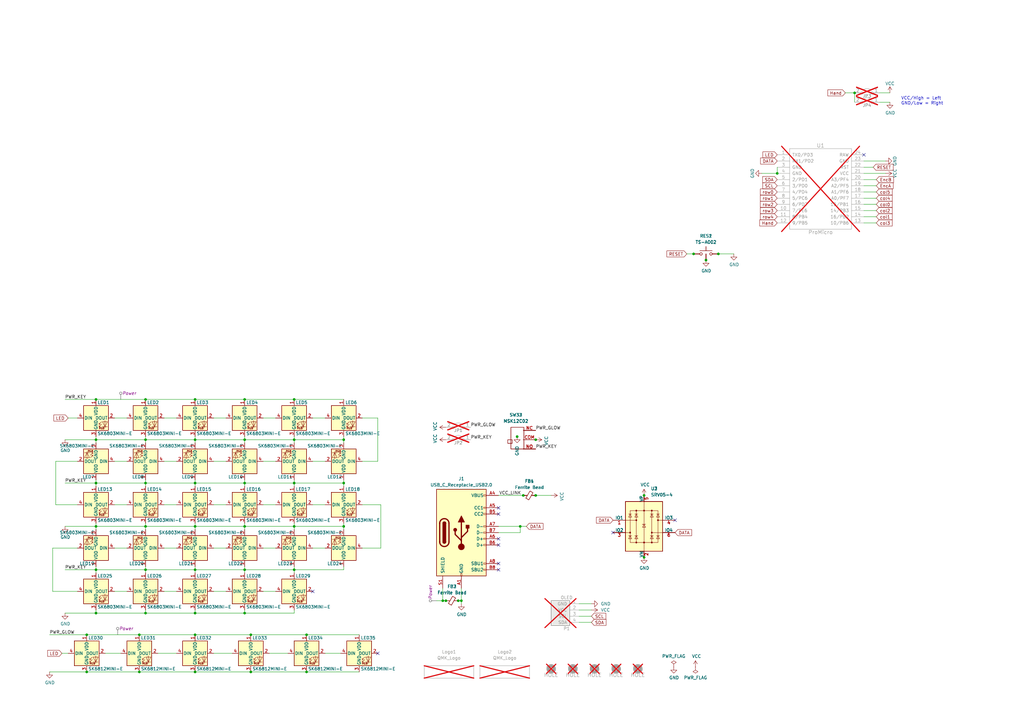
<source format=kicad_sch>
(kicad_sch (version 20231120) (generator "eeschema") (generator_version "8.0")
  (paper "A3")
  (title_block (title "Lotus 58 Glow") (date "2024-04-14") (rev "v1.4.2") (company "Markus Knutsson <markus.knutsson@tweety.se>") (comment 1 "https://github.com/TweetyDaBird") (comment 2 "Licensed under CERN-OHL-S v2 or any superseding version"))
  (junction (at -181.61 64.77))
  (junction (at -113.03 31.75))
  (junction (at -181.61 81.28))
  (junction (at 59.69 251.46))
  (junction (at -120.65 31.75))
  (junction (at -100.33 72.39))
  (junction (at 264.16 203.2))
  (junction (at 59.69 198.12))
  (junction (at 100.33 233.68))
  (junction (at 80.01 198.12))
  (junction (at 181.61 246.38))
  (junction (at 219.71 203.2))
  (junction (at -140.97 88.9))
  (junction (at -100.33 48.26))
  (junction (at -92.71 31.75))
  (junction (at 100.33 180.34))
  (junction (at -173.99 64.77))
  (junction (at 80.01 163.83))
  (junction (at -153.67 64.77))
  (junction (at -99.06 88.9))
  (junction (at -161.29 64.77))
  (junction (at -49.53 91.44))
  (junction (at -120.65 15.24))
  (junction (at -80.01 31.75))
  (junction (at -80.01 72.39))
  (junction (at -120.65 48.26))
  (junction (at 212.09 179.07))
  (junction (at -80.01 55.88))
  (junction (at -120.65 39.37))
  (junction (at -100.33 39.37))
  (junction (at 187.96 246.38))
  (junction (at 39.37 163.83))
  (junction (at 214.63 203.2))
  (junction (at 59.69 233.68))
  (junction (at -181.61 88.9))
  (junction (at -49.53 86.36))
  (junction (at 80.01 251.46))
  (junction (at -120.65 22.86))
  (junction (at 102.87 275.59))
  (junction (at -120.65 55.88))
  (junction (at -29.21 22.86))
  (junction (at 125.73 275.59))
  (junction (at -113.03 15.24))
  (junction (at -173.99 31.75))
  (junction (at -161.29 31.75))
  (junction (at -140.97 64.77))
  (junction (at 125.73 260.35))
  (junction (at -133.35 15.24))
  (junction (at -161.29 55.88))
  (junction (at -140.97 81.28))
  (junction (at -194.31 31.75))
  (junction (at -100.33 15.24))
  (junction (at -161.29 15.24))
  (junction (at 140.97 215.9))
  (junction (at -181.61 22.86))
  (junction (at 57.15 275.59))
  (junction (at -173.99 15.24))
  (junction (at 35.56 260.35))
  (junction (at -82.55 77.47))
  (junction (at -181.61 55.88))
  (junction (at 57.15 260.35))
  (junction (at -120.65 81.28))
  (junction (at -92.71 48.26))
  (junction (at -161.29 39.37))
  (junction (at -133.35 64.77))
  (junction (at 59.69 163.83))
  (junction (at 39.37 198.12))
  (junction (at -120.65 64.77))
  (junction (at -140.97 15.24))
  (junction (at -161.29 22.86))
  (junction (at -181.61 72.39))
  (junction (at 140.97 198.12))
  (junction (at 100.33 163.83))
  (junction (at -173.99 48.26))
  (junction (at -194.31 15.24))
  (junction (at -181.61 48.26))
  (junction (at -181.61 39.37))
  (junction (at -120.65 88.9))
  (junction (at 39.37 215.9))
  (junction (at -80.01 39.37))
  (junction (at 39.37 251.46))
  (junction (at 284.48 104.14))
  (junction (at -140.97 39.37))
  (junction (at 213.36 215.9))
  (junction (at -194.31 48.26))
  (junction (at 350.52 38.1))
  (junction (at -161.29 88.9))
  (junction (at -153.67 48.26))
  (junction (at 120.65 233.68))
  (junction (at -140.97 48.26))
  (junction (at 120.65 198.12))
  (junction (at -161.29 48.26))
  (junction (at 39.37 233.68))
  (junction (at -120.65 72.39))
  (junction (at 35.56 275.59))
  (junction (at -80.01 48.26))
  (junction (at 59.69 180.34))
  (junction (at 80.01 215.9))
  (junction (at -49.53 81.28))
  (junction (at 182.88 246.38))
  (junction (at 120.65 163.83))
  (junction (at -80.01 64.77))
  (junction (at -140.97 22.86))
  (junction (at -100.33 55.88))
  (junction (at 189.23 246.38))
  (junction (at 219.71 180.34))
  (junction (at 120.65 180.34))
  (junction (at -100.33 31.75))
  (junction (at -100.33 22.86))
  (junction (at -113.03 48.26))
  (junction (at -100.33 88.9))
  (junction (at 120.65 215.9))
  (junction (at 289.56 106.68))
  (junction (at 318.77 71.12))
  (junction (at 140.97 180.34))
  (junction (at 39.37 180.34))
  (junction (at 100.33 198.12))
  (junction (at 264.16 228.6))
  (junction (at -153.67 15.24))
  (junction (at 80.01 260.35))
  (junction (at -91.44 88.9))
  (junction (at 102.87 260.35))
  (junction (at 80.01 180.34))
  (junction (at -133.35 48.26))
  (junction (at -153.67 31.75))
  (junction (at 80.01 233.68))
  (junction (at -133.35 31.75))
  (junction (at -140.97 31.75))
  (junction (at -140.97 55.88))
  (junction (at -181.61 31.75))
  (junction (at 294.64 104.14))
  (junction (at 100.33 215.9))
  (junction (at -80.01 15.24))
  (junction (at -100.33 64.77))
  (junction (at -92.71 15.24))
  (junction (at -140.97 72.39))
  (junction (at -92.71 64.77))
  (junction (at -80.01 22.86))
  (junction (at 100.33 251.46))
  (junction (at -194.31 64.77))
  (junction (at 80.01 275.59))
  (junction (at -161.29 81.28))
  (junction (at -181.61 15.24))
  (junction (at -161.29 72.39))
  (junction (at -100.33 81.28))
  (junction (at -113.03 64.77))
  (junction (at 59.69 215.9))
  (no_connect (at 154.94 267.97))
  (no_connect (at 204.47 223.52))
  (no_connect (at 204.47 208.28))
  (no_connect (at 204.47 210.82))
  (no_connect (at 128.27 242.57))
  (no_connect (at 204.47 231.14))
  (no_connect (at 204.47 233.68))
  (no_connect (at 251.46 218.44))
  (no_connect (at 276.86 213.36))
  (no_connect (at 204.47 220.98))
  (no_connect (at 354.33 63.5))
  (wire (pts (xy 354.33 81.28) (xy 359.41 81.28)))
  (wire (pts (xy 140.97 180.34) (xy 140.97 179.07)))
  (wire (pts (xy 237.49 247.65) (xy 242.57 247.65)))
  (wire (pts (xy 120.65 180.34) (xy 120.65 179.07)))
  (wire (pts (xy 80.01 215.9) (xy 100.33 215.9)))
  (wire (pts (xy 120.65 163.83) (xy 140.97 163.83)))
  (wire (pts (xy -100.33 31.75) (xy -102.87 31.75)))
  (wire (pts (xy -49.53 81.28) (xy -49.53 77.47)))
  (wire (pts (xy 120.65 199.39) (xy 120.65 198.12)))
  (wire (pts (xy -123.19 15.24) (xy -120.65 15.24)))
  (wire (pts (xy 107.95 242.57) (xy 113.03 242.57)))
  (wire (pts (xy 107.95 171.45) (xy 113.03 171.45)))
  (wire (pts (xy 128.27 207.01) (xy 133.35 207.01)))
  (wire (pts (xy 67.31 189.23) (xy 72.39 189.23)))
  (wire (pts (xy -163.83 48.26) (xy -161.29 48.26)))
  (wire (pts (xy 67.31 224.79) (xy 72.39 224.79)))
  (wire (pts (xy 80.01 198.12) (xy 80.01 199.39)))
  (wire (pts (xy 39.37 251.46) (xy 39.37 250.19)))
  (wire (pts (xy -38.1 29.21) (xy -43.18 29.21)))
  (wire (pts (xy 59.69 234.95) (xy 59.69 233.68)))
  (wire (pts (xy 181.61 246.38) (xy 182.88 246.38)))
  (wire (pts (xy 140.97 198.12) (xy 140.97 199.39)))
  (wire (pts (xy 46.99 189.23) (xy 52.07 189.23)))
  (wire (pts (xy 128.27 171.45) (xy 133.35 171.45)))
  (wire (pts (xy 120.65 232.41) (xy 120.65 233.68)))
  (wire (pts (xy 21.59 224.79) (xy 21.59 242.57)))
  (wire (pts (xy 31.75 224.79) (xy 21.59 224.79)))
  (wire (pts (xy 87.63 189.23) (xy 92.71 189.23)))
  (wire (pts (xy -203.2 88.9) (xy -181.61 88.9)))
  (wire (pts (xy 87.63 207.01) (xy 92.71 207.01)))
  (wire (pts (xy 156.21 207.01) (xy 156.21 224.79)))
  (wire (pts (xy -163.83 15.24) (xy -161.29 15.24)))
  (wire (pts (xy 59.69 198.12) (xy 80.01 198.12)))
  (wire (pts (xy 80.01 163.83) (xy 100.33 163.83)))
  (wire (pts (xy -181.61 64.77) (xy -184.15 64.77)))
  (wire (pts (xy 57.15 260.35) (xy 80.01 260.35)))
  (wire (pts (xy -55.88 81.28) (xy -49.53 81.28)))
  (wire (pts (xy -140.97 81.28) (xy -143.51 81.28)))
  (wire (pts (xy 189.23 247.65) (xy 189.23 246.38)))
  (wire (pts (xy 87.63 171.45) (xy 92.71 171.45)))
  (wire (pts (xy -100.33 39.37) (xy -80.01 39.37)))
  (wire (pts (xy -153.67 31.75) (xy -153.67 48.26)))
  (wire (pts (xy 39.37 198.12) (xy 26.67 198.12)))
  (wire (pts (xy 120.65 233.68) (xy 140.97 233.68)))
  (wire (pts (xy -194.31 11.43) (xy -194.31 15.24)))
  (wire (pts (xy 35.56 260.35) (xy 57.15 260.35)))
  (wire (pts (xy -143.51 15.24) (xy -140.97 15.24)))
  (wire (pts (xy -100.33 88.9) (xy -99.06 88.9)))
  (wire (pts (xy -133.35 15.24) (xy -133.35 31.75)))
  (wire (pts (xy 59.69 198.12) (xy 59.69 199.39)))
  (wire (pts (xy -133.35 11.43) (xy -133.35 15.24)))
  (wire (pts (xy 26.67 163.83) (xy 39.37 163.83)))
  (wire (pts (xy -153.67 48.26) (xy -153.67 64.77)))
  (wire (pts (xy 27.94 171.45) (xy 31.75 171.45)))
  (wire (pts (xy 46.99 171.45) (xy 52.07 171.45)))
  (wire (pts (xy 39.37 180.34) (xy 39.37 181.61)))
  (wire (pts (xy 80.01 214.63) (xy 80.01 215.9)))
  (wire (pts (xy -203.2 39.37) (xy -181.61 39.37)))
  (wire (pts (xy -181.61 39.37) (xy -161.29 39.37)))
  (wire (pts (xy 59.69 232.41) (xy 59.69 233.68)))
  (wire (pts (xy -184.15 48.26) (xy -181.61 48.26)))
  (wire (pts (xy -153.67 15.24) (xy -153.67 31.75)))
  (wire (pts (xy 80.01 180.34) (xy 59.69 180.34)))
  (wire (pts (xy 31.75 207.01) (xy 22.86 207.01)))
  (wire (pts (xy 318.77 71.12) (xy 312.42 71.12)))
  (wire (pts (xy 110.49 267.97) (xy 118.11 267.97)))
  (wire (pts (xy 100.33 180.34) (xy 100.33 179.07)))
  (wire (pts (xy 39.37 217.17) (xy 39.37 215.9)))
  (wire (pts (xy -161.29 88.9) (xy -140.97 88.9)))
  (wire (pts (xy 354.33 73.66) (xy 359.41 73.66)))
  (wire (pts (xy -120.65 48.26) (xy -123.19 48.26)))
  (wire (pts (xy -181.61 78.74) (xy -181.61 81.28)))
  (wire (pts (xy 39.37 198.12) (xy 39.37 199.39)))
  (wire (pts (xy 364.998 41.91) (xy 360.68 41.91)))
  (wire (pts (xy -82.55 48.26) (xy -80.01 48.26)))
  (wire (pts (xy 237.49 250.19) (xy 242.57 250.19)))
  (wire (pts (xy 102.87 275.59) (xy 125.73 275.59)))
  (wire (pts (xy 237.49 255.27) (xy 242.57 255.27)))
  (wire (pts (xy -153.67 64.77) (xy -153.67 81.28)))
  (wire (pts (xy 80.01 180.34) (xy 100.33 180.34)))
  (wire (pts (xy 46.99 242.57) (xy 52.07 242.57)))
  (wire (pts (xy -73.66 91.44) (xy -76.2 91.44)))
  (wire (pts (xy 102.87 260.35) (xy 125.73 260.35)))
  (wire (pts (xy 100.33 198.12) (xy 100.33 199.39)))
  (wire (pts (xy 39.37 179.07) (xy 39.37 180.34)))
  (wire (pts (xy -29.21 16.51) (xy -29.21 22.86)))
  (wire (pts (xy -161.29 55.88) (xy -140.97 55.88)))
  (wire (pts (xy -181.61 72.39) (xy -161.29 72.39)))
  (wire (pts (xy 318.77 68.58) (xy 318.77 71.12)))
  (wire (pts (xy -133.35 48.26) (xy -133.35 64.77)))
  (wire (pts (xy -76.2 91.44) (xy -76.2 88.9)))
  (wire (pts (xy -49.53 96.52) (xy -49.53 91.44)))
  (wire (pts (xy 25.4 267.97) (xy 27.94 267.97)))
  (wire (pts (xy -38.1 34.29) (xy -43.18 34.29)))
  (wire (pts (xy -113.03 64.77) (xy -113.03 81.28)))
  (wire (pts (xy 39.37 196.85) (xy 39.37 198.12)))
  (wire (pts (xy -20.32 26.67) (xy -22.86 26.67)))
  (wire (pts (xy 57.15 275.59) (xy 80.01 275.59)))
  (wire (pts (xy -71.12 74.93) (xy -82.55 74.93)))
  (wire (pts (xy -153.67 11.43) (xy -153.67 15.24)))
  (wire (pts (xy 189.23 241.3) (xy 189.23 246.38)))
  (wire (pts (xy 354.33 71.12) (xy 363.22 71.12)))
  (wire (pts (xy 87.63 267.97) (xy 95.25 267.97)))
  (wire (pts (xy -161.29 39.37) (xy -140.97 39.37)))
  (wire (pts (xy -113.03 15.24) (xy -113.03 31.75)))
  (wire (pts (xy 59.69 251.46) (xy 39.37 251.46)))
  (wire (pts (xy -133.35 31.75) (xy -133.35 48.26)))
  (wire (pts (xy 179.07 246.38) (xy 181.61 246.38)))
  (wire (pts (xy -82.55 64.77) (xy -80.01 64.77)))
  (wire (pts (xy 100.33 180.34) (xy 120.65 180.34)))
  (wire (pts (xy 21.59 242.57) (xy 31.75 242.57)))
  (wire (pts (xy -92.71 15.24) (xy -92.71 31.75)))
  (wire (pts (xy 64.77 267.97) (xy 72.39 267.97)))
  (wire (pts (xy 354.33 76.2) (xy 359.41 76.2)))
  (wire (pts (xy 100.33 251.46) (xy 80.01 251.46)))
  (wire (pts (xy -123.19 64.77) (xy -120.65 64.77)))
  (wire (pts (xy -113.03 31.75) (xy -113.03 48.26)))
  (wire (pts (xy 80.01 251.46) (xy 80.01 250.19)))
  (wire (pts (xy -161.29 31.75) (xy -163.83 31.75)))
  (wire (pts (xy 100.33 233.68) (xy 100.33 232.41)))
  (wire (pts (xy 354.33 66.04) (xy 363.22 66.04)))
  (wire (pts (xy 67.31 207.01) (xy 72.39 207.01)))
  (wire (pts (xy -140.97 72.39) (xy -120.65 72.39)))
  (wire (pts (xy 80.01 234.95) (xy 80.01 233.68)))
  (wire (pts (xy -113.03 48.26) (xy -113.03 64.77)))
  (wire (pts (xy 148.59 224.79) (xy 156.21 224.79)))
  (wire (pts (xy 100.33 215.9) (xy 120.65 215.9)))
  (wire (pts (xy -173.99 11.43) (xy -173.99 15.24)))
  (wire (pts (xy 26.67 233.68) (xy 39.37 233.68)))
  (wire (pts (xy -29.21 22.86) (xy -31.75 22.86)))
  (wire (pts (xy -133.35 64.77) (xy -133.35 81.28)))
  (wire (pts (xy -85.09 77.47) (xy -82.55 77.47)))
  (wire (pts (xy 43.18 267.97) (xy 49.53 267.97)))
  (wire (pts (xy 100.33 234.95) (xy 100.33 233.68)))
  (wire (pts (xy -203.2 72.39) (xy -181.61 72.39)))
  (wire (pts (xy 46.99 224.79) (xy 52.07 224.79)))
  (wire (pts (xy -100.33 81.28) (xy -102.87 81.28)))
  (wire (pts (xy 125.73 260.35) (xy 147.32 260.35)))
  (wire (pts (xy -143.51 31.75) (xy -140.97 31.75)))
  (wire (pts (xy 140.97 214.63) (xy 140.97 215.9)))
  (wire (pts (xy 107.95 224.79) (xy 113.03 224.79)))
  (wire (pts (xy -120.65 81.28) (xy -123.19 81.28)))
  (wire (pts (xy 80.01 180.34) (xy 80.01 181.61)))
  (wire (pts (xy 120.65 251.46) (xy 100.33 251.46)))
  (wire (pts (xy 26.67 215.9) (xy 39.37 215.9)))
  (wire (pts (xy 140.97 198.12) (xy 140.97 196.85)))
  (wire (pts (xy 100.33 181.61) (xy 100.33 180.34)))
  (wire (pts (xy -82.55 15.24) (xy -80.01 15.24)))
  (wire (pts (xy 140.97 180.34) (xy 140.97 181.61)))
  (wire (pts (xy 120.65 181.61) (xy 120.65 180.34)))
  (wire (pts (xy 354.33 83.82) (xy 359.41 83.82)))
  (wire (pts (xy 87.63 224.79) (xy 92.71 224.79)))
  (wire (pts (xy -20.32 36.83) (xy -22.86 36.83)))
  (wire (pts (xy -55.88 91.44) (xy -49.53 91.44)))
  (wire (pts (xy 213.36 215.9) (xy 213.36 218.44)))
  (wire (pts (xy 59.69 163.83) (xy 80.01 163.83)))
  (wire (pts (xy 226.06 203.2) (xy 219.71 203.2)))
  (wire (pts (xy 120.65 215.9) (xy 140.97 215.9)))
  (wire (pts (xy 350.52 41.91) (xy 350.52 38.1)))
  (wire (pts (xy 80.01 198.12) (xy 80.01 196.85)))
  (wire (pts (xy -49.53 86.36) (xy -39.37 86.36)))
  (wire (pts (xy 354.33 88.9) (xy 359.41 88.9)))
  (wire (pts (xy 67.31 242.57) (xy 72.39 242.57)))
  (wire (pts (xy 22.86 207.01) (xy 22.86 189.23)))
  (wire (pts (xy 281.686 104.14) (xy 284.48 104.14)))
  (wire (pts (xy -22.86 26.67) (xy -22.86 29.21)))
  (wire (pts (xy -181.61 88.9) (xy -161.29 88.9)))
  (wire (pts (xy 87.63 242.57) (xy 92.71 242.57)))
  (wire (pts (xy 59.69 251.46) (xy 59.69 250.19)))
  (wire (pts (xy -100.33 15.24) (xy -102.87 15.24)))
  (wire (pts (xy 39.37 180.34) (xy 26.67 180.34)))
  (wire (pts (xy 213.36 218.44) (xy 204.47 218.44)))
  (wire (pts (xy -140.97 64.77) (xy -143.51 64.77)))
  (wire (pts (xy -120.65 39.37) (xy -100.33 39.37)))
  (wire (pts (xy -100.33 55.88) (xy -80.01 55.88)))
  (wire (pts (xy 59.69 180.34) (xy 59.69 179.07)))
  (wire (pts (xy 354.33 91.44) (xy 359.41 91.44)))
  (wire (pts (xy 39.37 163.83) (xy 59.69 163.83)))
  (wire (pts (xy -203.2 22.86) (xy -181.61 22.86)))
  (wire (pts (xy -82.55 74.93) (xy -82.55 77.47)))
  (wire (pts (xy -92.71 48.26) (xy -92.71 64.77)))
  (wire (pts (xy 213.36 215.9) (xy 215.9 215.9)))
  (wire (pts (xy 120.65 234.95) (xy 120.65 233.68)))
  (wire (pts (xy 346.71 38.1) (xy 350.52 38.1)))
  (wire (pts (xy -80.01 31.75) (xy -82.55 31.75)))
  (wire (pts (xy 39.37 180.34) (xy 59.69 180.34)))
  (wire (pts (xy 100.33 214.63) (xy 100.33 215.9)))
  (wire (pts (xy 59.69 214.63) (xy 59.69 215.9)))
  (wire (pts (xy 120.65 180.34) (xy 140.97 180.34)))
  (wire (pts (xy 140.97 233.68) (xy 140.97 232.41)))
  (wire (pts (xy -140.97 88.9) (xy -120.65 88.9)))
  (wire (pts (xy -120.65 55.88) (xy -100.33 55.88)))
  (wire (pts (xy 100.33 198.12) (xy 120.65 198.12)))
  (wire (pts (xy 120.65 251.46) (xy 120.65 250.19)))
  (wire (pts (xy 354.33 68.58) (xy 358.14 68.58)))
  (wire (pts (xy 120.65 198.12) (xy 120.65 196.85)))
  (wire (pts (xy 148.59 207.01) (xy 156.21 207.01)))
  (wire (pts (xy 154.94 171.45) (xy 154.94 189.23)))
  (wire (pts (xy 80.01 275.59) (xy 102.87 275.59)))
  (wire (pts (xy -140.97 55.88) (xy -120.65 55.88)))
  (wire (pts (xy 80.01 179.07) (xy 80.01 180.34)))
  (wire (pts (xy -140.97 22.86) (xy -120.65 22.86)))
  (wire (pts (xy -173.99 64.77) (xy -173.99 81.28)))
  (wire (pts (xy 59.69 198.12) (xy 59.69 196.85)))
  (wire (pts (xy 59.69 181.61) (xy 59.69 180.34)))
  (wire (pts (xy 80.01 260.35) (xy 102.87 260.35)))
  (wire (pts (xy 80.01 217.17) (xy 80.01 215.9)))
  (wire (pts (xy 35.56 275.59) (xy 57.15 275.59)))
  (wire (pts (xy 67.31 171.45) (xy 72.39 171.45)))
  (wire (pts (xy -73.66 81.28) (xy -76.2 81.28)))
  (wire (pts (xy 120.65 198.12) (xy 140.97 198.12)))
  (wire (pts (xy 300.99 104.14) (xy 294.64 104.14)))
  (wire (pts (xy 80.01 233.68) (xy 80.01 232.41)))
  (wire (pts (xy -161.29 22.86) (xy -140.97 22.86)))
  (wire (pts (xy 46.99 207.01) (xy 52.07 207.01)))
  (wire (pts (xy 39.37 232.41) (xy 39.37 233.68)))
  (wire (pts (xy -194.31 31.75) (xy -194.31 48.26)))
  (wire (pts (xy 148.59 189.23) (xy 154.94 189.23)))
  (wire (pts (xy 128.27 224.79) (xy 133.35 224.79)))
  (wire (pts (xy 39.37 234.95) (xy 39.37 233.68)))
  (wire (pts (xy 80.01 198.12) (xy 100.33 198.12)))
  (wire (pts (xy 214.63 203.2) (xy 204.47 203.2)))
  (wire (pts (xy 59.69 233.68) (xy 80.01 233.68)))
  (wire (pts (xy -194.31 64.77) (xy -194.31 81.28)))
  (wire (pts (xy 59.69 215.9) (xy 80.01 215.9)))
  (wire (pts (xy 107.95 189.23) (xy 113.03 189.23)))
  (wire (pts (xy -113.03 11.43) (xy -113.03 15.24)))
  (wire (pts (xy -92.71 31.75) (xy -92.71 48.26)))
  (wire (pts (xy -92.71 11.43) (xy -92.71 15.24)))
  (wire (pts (xy -92.71 64.77) (xy -92.71 83.82)))
  (wire (pts (xy 181.61 241.3) (xy 181.61 246.38)))
  (wire (pts (xy 80.01 251.46) (xy 59.69 251.46)))
  (wire (pts (xy -100.33 22.86) (xy -80.01 22.86)))
  (wire (pts (xy 100.33 163.83) (xy 120.65 163.83)))
  (wire (pts (xy 100.33 251.46) (xy 100.33 250.19)))
  (wire (pts (xy -181.61 22.86) (xy -161.29 22.86)))
  (wire (pts (xy 237.49 252.73) (xy 242.57 252.73)))
  (wire (pts (xy -100.33 72.39) (xy -80.01 72.39)))
  (wire (pts (xy 100.33 233.68) (xy 120.65 233.68)))
  (wire (pts (xy -161.29 72.39) (xy -140.97 72.39)))
  (wire (pts (xy 120.65 217.17) (xy 120.65 215.9)))
  (wire (pts (xy -161.29 64.77) (xy -163.83 64.77)))
  (wire (pts (xy 22.86 189.23) (xy 31.75 189.23)))
  (wire (pts (xy 39.37 251.46) (xy 26.67 251.46)))
  (wire (pts (xy 364.998 38.1) (xy 360.68 38.1)))
  (wire (pts (xy 20.32 275.59) (xy 35.56 275.59)))
  (wire (pts (xy 39.37 215.9) (xy 59.69 215.9)))
  (wire (pts (xy -173.99 48.26) (xy -173.99 64.77)))
  (wire (pts (xy -76.2 81.28) (xy -76.2 83.82)))
  (wire (pts (xy 107.95 207.01) (xy 113.03 207.01)))
  (wire (pts (xy -100.33 48.26) (xy -102.87 48.26)))
  (wire (pts (xy -92.71 83.82) (xy -91.44 83.82)))
  (wire (pts (xy -161.29 81.28) (xy -163.83 81.28)))
  (wire (pts (xy -181.61 31.75) (xy -184.15 31.75)))
  (wire (pts (xy 187.96 246.38) (xy 189.23 246.38)))
  (wire (pts (xy 354.33 86.36) (xy 359.41 86.36)))
  (wire (pts (xy 100.33 215.9) (xy 100.33 217.17)))
  (wire (pts (xy -120.65 31.75) (xy -123.19 31.75)))
  (wire (pts (xy -143.51 48.26) (xy -140.97 48.26)))
  (wire (pts (xy 133.35 267.97) (xy 139.7 267.97)))
  (wire (pts (xy -181.61 15.24) (xy -184.15 15.24)))
  (wire (pts (xy 148.59 171.45) (xy 154.94 171.45)))
  (wire (pts (xy 80.01 233.68) (xy 100.33 233.68)))
  (wire (pts (xy 120.65 214.63) (xy 120.65 215.9)))
  (wire (pts (xy -120.65 88.9) (xy -100.33 88.9)))
  (wire (pts (xy -181.61 55.88) (xy -161.29 55.88)))
  (wire (pts (xy -100.33 64.77) (xy -102.87 64.77)))
  (wire (pts (xy -120.65 72.39) (xy -100.33 72.39)))
  (wire (pts (xy 39.37 198.12) (xy 59.69 198.12)))
  (wire (pts (xy -173.99 15.24) (xy -173.99 31.75)))
  (wire (pts (xy -203.2 55.88) (xy -181.61 55.88)))
  (wire (pts (xy 59.69 215.9) (xy 59.69 217.17)))
  (wire (pts (xy 39.37 233.68) (xy 59.69 233.68)))
  (wire (pts (xy 100.33 198.12) (xy 100.33 196.85)))
  (wire (pts (xy -140.97 39.37) (xy -120.65 39.37)))
  (wire (pts (xy -22.86 36.83) (xy -22.86 34.29)))
  (wire (pts (xy 125.73 275.59) (xy 147.32 275.59)))
  (wire (pts (xy 39.37 214.63) (xy 39.37 215.9)))
  (wire (pts (xy 354.33 78.74) (xy 359.41 78.74)))
  (wire (pts (xy 20.32 260.35) (xy 35.56 260.35)))
  (wire (pts (xy -184.15 81.28) (xy -181.61 81.28)))
  (wire (pts (xy 204.47 215.9) (xy 213.36 215.9)))
  (wire (pts (xy 140.97 215.9) (xy 140.97 217.17)))
  (wire (pts (xy -194.31 15.24) (xy -194.31 31.75)))
  (wire (pts (xy -120.65 22.86) (xy -100.33 22.86)))
  (wire (pts (xy -173.99 31.75) (xy -173.99 48.26)))
  (wire (pts (xy -194.31 48.26) (xy -194.31 64.77)))
  (wire (pts (xy 128.27 189.23) (xy 133.35 189.23)))
  (text "VCC/High = Left\nGND/Low = Right" (at 369.57 43.18 0) (effects (font (size 1.27 1.27)) (justify left bottom)))
  (label "PWR_KEY" (at 26.67 198.12 0))
  (label "PWR_KEY" (at 26.67 233.68 0))
  (label "VCC_LINK" (at 204.724 203.2 0))
  (label "PWR_GLOW" (at 20.32 260.35 0))
  (label "PWR_KEY" (at 219.71 184.15 0))
  (label "PWR_KEY" (at 26.67 163.83 0))
  (label "PWR_KEY" (at 193.04 180.34 0))
  (label "PWR_GLOW" (at 193.04 175.26 0))
  (label "PWR_GLOW" (at 219.71 176.53 0))
  (global_label "Alt" (shape input) (at -181.61 78.74 90) (property "Intersheetrefs" "${INTERSHEET_REFS}" (effects (hide yes))))
  (global_label "col2" (shape input) (at 359.41 86.36 0) (property "Intersheetrefs" "${INTERSHEET_REFS}" (effects (hide yes))))
  (global_label "EncB" (shape input) (at 359.41 73.66 0) (property "Intersheetrefs" "${INTERSHEET_REFS}" (effects (hide yes))))
  (global_label "RESET" (shape input) (at 281.686 104.14 180) (property "Intersheetrefs" "${INTERSHEET_REFS}" (effects (hide yes))))
  (global_label "row2" (shape input) (at 318.77 83.82 180) (property "Intersheetrefs" "${INTERSHEET_REFS}" (effects (hide yes))))
  (global_label "RESET" (shape input) (at 358.14 68.58 0) (property "Intersheetrefs" "${INTERSHEET_REFS}" (effects (hide yes))))
  (global_label "EncA" (shape input) (at -20.32 36.83 0) (property "Intersheetrefs" "${INTERSHEET_REFS}" (effects (hide yes))))
  (global_label "col4" (shape input) (at -173.99 11.43 90) (property "Intersheetrefs" "${INTERSHEET_REFS}" (effects (hide yes))))
  (global_label "DATA" (shape input) (at 276.86 218.44 0) (property "Intersheetrefs" "${INTERSHEET_REFS}" (effects (hide yes))))
  (global_label "row1" (shape input) (at 318.77 81.28 180) (property "Intersheetrefs" "${INTERSHEET_REFS}" (effects (hide yes))))
  (global_label "EncB" (shape input) (at -55.88 81.28 180) (property "Intersheetrefs" "${INTERSHEET_REFS}" (effects (hide yes))))
  (global_label "EncA" (shape input) (at -49.53 96.52 0) (property "Intersheetrefs" "${INTERSHEET_REFS}" (effects (hide yes))))
  (global_label "row3" (shape input) (at -203.2 72.39 180) (property "Intersheetrefs" "${INTERSHEET_REFS}" (effects (hide yes))))
  (global_label "row3" (shape input) (at 318.77 86.36 180) (property "Intersheetrefs" "${INTERSHEET_REFS}" (effects (hide yes))))
  (global_label "SCL" (shape input) (at 318.77 76.2 180) (property "Intersheetrefs" "${INTERSHEET_REFS}" (effects (hide yes))))
  (global_label "LED" (shape input) (at 25.4 267.97 180) (property "Intersheetrefs" "${INTERSHEET_REFS}" (effects (hide yes))))
  (global_label "SDA" (shape input) (at 242.57 255.27 0) (property "Intersheetrefs" "${INTERSHEET_REFS}" (effects (hide yes))))
  (global_label "EncA" (shape input) (at -73.66 91.44 0) (property "Intersheetrefs" "${INTERSHEET_REFS}" (effects (hide yes))))
  (global_label "col4" (shape input) (at 359.41 81.28 0) (property "Intersheetrefs" "${INTERSHEET_REFS}" (effects (hide yes))))
  (global_label "row1" (shape input) (at -203.2 39.37 180) (property "Intersheetrefs" "${INTERSHEET_REFS}" (effects (hide yes))))
  (global_label "row2" (shape input) (at -203.2 55.88 180) (property "Intersheetrefs" "${INTERSHEET_REFS}" (effects (hide yes))))
  (global_label "col5" (shape input) (at -43.18 34.29 180) (property "Intersheetrefs" "${INTERSHEET_REFS}" (effects (hide yes))))
  (global_label "col5" (shape input) (at -194.31 11.43 90) (property "Intersheetrefs" "${INTERSHEET_REFS}" (effects (hide yes))))
  (global_label "EncA" (shape input) (at 359.41 76.2 0) (property "Intersheetrefs" "${INTERSHEET_REFS}" (effects (hide yes))))
  (global_label "col0" (shape input) (at 359.41 83.82 0) (property "Intersheetrefs" "${INTERSHEET_REFS}" (effects (hide yes))))
  (global_label "col3" (shape input) (at -153.67 11.43 90) (property "Intersheetrefs" "${INTERSHEET_REFS}" (effects (hide yes))))
  (global_label "EncB" (shape input) (at -20.32 26.67 0) (property "Intersheetrefs" "${INTERSHEET_REFS}" (effects (hide yes))))
  (global_label "LED" (shape input) (at 318.77 63.5 180) (property "Intersheetrefs" "${INTERSHEET_REFS}" (effects (hide yes))))
  (global_label "SCL" (shape input) (at 242.57 252.73 0) (property "Intersheetrefs" "${INTERSHEET_REFS}" (effects (hide yes))))
  (global_label "Hand" (shape input) (at 318.77 91.44 180) (property "Intersheetrefs" "${INTERSHEET_REFS}" (effects (hide yes))))
  (global_label "row0" (shape input) (at -203.2 22.86 180) (property "Intersheetrefs" "${INTERSHEET_REFS}" (effects (hide yes))))
  (global_label "SDA" (shape input) (at 318.77 73.66 180) (property "Intersheetrefs" "${INTERSHEET_REFS}" (effects (hide yes))))
  (global_label "Alt" (shape input) (at -43.18 29.21 180) (property "Intersheetrefs" "${INTERSHEET_REFS}" (effects (hide yes))))
  (global_label "col5" (shape input) (at 359.41 78.74 0) (property "Intersheetrefs" "${INTERSHEET_REFS}" (effects (hide yes))))
  (global_label "DATA" (shape input) (at 215.9 215.9 0) (property "Intersheetrefs" "${INTERSHEET_REFS}" (effects (hide yes))))
  (global_label "EncB" (shape input) (at -49.53 77.47 0) (property "Intersheetrefs" "${INTERSHEET_REFS}" (effects (hide yes))))
  (global_label "EncA" (shape input) (at -55.88 91.44 180) (property "Intersheetrefs" "${INTERSHEET_REFS}" (effects (hide yes))))
  (global_label "LED" (shape input) (at 27.94 171.45 180) (property "Intersheetrefs" "${INTERSHEET_REFS}" (effects (hide yes))))
  (global_label "row4" (shape input) (at -203.2 88.9 180) (property "Intersheetrefs" "${INTERSHEET_REFS}" (effects (hide yes))))
  (global_label "row0" (shape input) (at 318.77 78.74 180) (property "Intersheetrefs" "${INTERSHEET_REFS}" (effects (hide yes))))
  (global_label "col1" (shape input) (at 359.41 88.9 0) (property "Intersheetrefs" "${INTERSHEET_REFS}" (effects (hide yes))))
  (global_label "col1" (shape input) (at -113.03 11.43 90) (property "Intersheetrefs" "${INTERSHEET_REFS}" (effects (hide yes))))
  (global_label "col0" (shape input) (at -92.71 11.43 90) (property "Intersheetrefs" "${INTERSHEET_REFS}" (effects (hide yes))))
  (global_label "Hand" (shape input) (at 346.71 38.1 180) (property "Intersheetrefs" "${INTERSHEET_REFS}" (effects (hide yes))))
  (global_label "col2" (shape input) (at -133.35 11.43 90) (property "Intersheetrefs" "${INTERSHEET_REFS}" (effects (hide yes))))
  (global_label "DATA" (shape input) (at 318.77 66.04 180) (property "Intersheetrefs" "${INTERSHEET_REFS}" (effects (hide yes))))
  (global_label "row4" (shape input) (at 318.77 88.9 180) (property "Intersheetrefs" "${INTERSHEET_REFS}" (effects (hide yes))))
  (global_label "DATA" (shape input) (at 251.46 213.36 180) (property "Intersheetrefs" "${INTERSHEET_REFS}" (effects (hide yes))))
  (global_label "col3" (shape input) (at 359.41 91.44 0) (property "Intersheetrefs" "${INTERSHEET_REFS}" (effects (hide yes))))
  (global_label "EncB" (shape input) (at -73.66 81.28 0) (property "Intersheetrefs" "${INTERSHEET_REFS}" (effects (hide yes))))
  (netclass_flag "" (length 2.54) (shape round) (at 49.53 163.83 0) (property "Netclass" "Power" (at 50.1396 161.29 0) (effects (font (italic yes)) (justify left))))
  (netclass_flag "" (length 2.54) (shape round) (at 179.07 246.38 90) (property "Netclass" "Power" (at 176.53 245.7704 90) (effects (font (italic yes)) (justify left))))
  (netclass_flag "" (length 2.54) (shape round) (at 48.26 260.35 0) (property "Netclass" "Power" (at 48.8696 257.81 0) (effects (font (italic yes)) (justify left))))
  (symbol (lib_id "Keyboard_Controllers:ProMicro_jumpers_v2") (at 336.55 77.47 0) (unit 1) (dnp yes)
    (property "Reference" "U1" (at 336.55 59.69 0) (effects (font (size 1.524 1.524))))
    (property "Value" "ProMicro" (at 336.55 95.25 0) (effects (font (size 1.524 1.524))))
    (property "Footprint" "Keyboard Controllers:ProMicro_jumpers_V2" (effects (hide yes)))
  )
  (symbol (lib_id "Keyboard Switches:SW_Push_GND") (at -189.23 81.28 0) (mirror y) (unit 1)
    (property "Reference" "SW25" (at -189.23 77.47 0))
    (property "Value" "Kailh hotswap MX socket" (at -189.23 83.82 0))
    (property "Footprint" "Keyboard Switches:SW_MX_HotSwap_Reversible_FOR encoder" (effects (hide yes)))
    (property "Description" "Push button switch, generic, two pins" (effects (hide yes)))
    (property "LCSC" "C5156480" (effects (hide yes)))
  )
  (symbol (lib_id "Switch:SW_Push") (at -168.91 81.28 0) (mirror y) (unit 1)
    (property "Reference" "SW26" (at -168.91 77.47 0))
    (property "Value" "Kailh hotswap MX socket" (at -168.91 83.82 0))
    (property "Footprint" "Keyboard Switches:SW_MX_HotSwap_Reversible" (effects (hide yes)))
    (property "LCSC" "C5156480" (effects (hide yes)))
  )
  (symbol (lib_id "Switch:SW_Push") (at -189.23 15.24 0) (mirror y) (unit 1)
    (property "Reference" "SW1" (at -189.23 11.43 0))
    (property "Value" "Kailh hotswap MX socket" (at -189.23 17.78 0))
    (property "Footprint" "Keyboard Switches:SW_MX_HotSwap_Reversible" (effects (hide yes)))
    (property "LCSC" "C5156480" (effects (hide yes)))
  )
  (symbol (lib_id "Device:D") (at -181.61 19.05 90) (unit 1)
    (property "Reference" "D1" (at -179.6034 17.8816 90) (effects (justify right)))
    (property "Value" "1N4148/1N4148W" (at -179.6034 20.193 90) (effects (justify right)))
    (property "Footprint" "Keyboard Common:Diode_DO35_SOD123" (effects (hide yes)))
    (property "Description" "Diode" (effects (hide yes)))
    (property "LCSC" "C7420318" (effects (hide yes)))
    (property "Sim.Device" "D" (effects (hide yes)))
    (property "Sim.Pins" "1=K 2=A" (effects (hide yes)))
  )
  (symbol (lib_id "Switch:SW_Push") (at -168.91 15.24 0) (mirror y) (unit 1)
    (property "Reference" "SW2" (at -168.91 11.43 0))
    (property "Value" "Kailh hotswap MX socket" (at -168.91 17.78 0))
    (property "Footprint" "Keyboard Switches:SW_MX_HotSwap_Reversible" (effects (hide yes)))
    (property "LCSC" "C5156480" (effects (hide yes)))
  )
  (symbol (lib_id "Device:D") (at -161.29 19.05 90) (unit 1)
    (property "Reference" "D2" (at -159.2834 17.8816 90) (effects (justify right)))
    (property "Value" "1N4148/1N4148W" (at -159.2834 20.193 90) (effects (justify right)))
    (property "Footprint" "Keyboard Common:Diode_DO35_SOD123" (effects (hide yes)))
    (property "Description" "Diode" (effects (hide yes)))
    (property "LCSC" "C7420318" (effects (hide yes)))
    (property "Sim.Device" "D" (effects (hide yes)))
    (property "Sim.Pins" "1=K 2=A" (effects (hide yes)))
  )
  (symbol (lib_id "Switch:SW_Push") (at -148.59 15.24 0) (mirror y) (unit 1)
    (property "Reference" "SW3" (at -148.59 11.43 0))
    (property "Value" "Kailh hotswap MX socket" (at -148.59 17.78 0))
    (property "Footprint" "Keyboard Switches:SW_MX_HotSwap_Reversible" (effects (hide yes)))
    (property "LCSC" "C5156480" (effects (hide yes)))
  )
  (symbol (lib_id "Device:D") (at -140.97 19.05 90) (unit 1)
    (property "Reference" "D3" (at -138.9634 17.8816 90) (effects (justify right)))
    (property "Value" "1N4148/1N4148W" (at -138.9634 20.193 90) (effects (justify right)))
    (property "Footprint" "Keyboard Common:Diode_DO35_SOD123" (effects (hide yes)))
    (property "Description" "Diode" (effects (hide yes)))
    (property "LCSC" "C7420318" (effects (hide yes)))
    (property "Sim.Device" "D" (effects (hide yes)))
    (property "Sim.Pins" "1=K 2=A" (effects (hide yes)))
  )
  (symbol (lib_id "Switch:SW_Push") (at -128.27 15.24 0) (mirror y) (unit 1)
    (property "Reference" "SW4" (at -128.27 11.43 0))
    (property "Value" "Kailh hotswap MX socket" (at -128.27 17.78 0))
    (property "Footprint" "Keyboard Switches:SW_MX_HotSwap_Reversible" (effects (hide yes)))
    (property "LCSC" "C5156480" (effects (hide yes)))
  )
  (symbol (lib_id "Device:D") (at -120.65 19.05 90) (unit 1)
    (property "Reference" "D4" (at -118.6434 17.8816 90) (effects (justify right)))
    (property "Value" "1N4148/1N4148W" (at -118.6434 20.193 90) (effects (justify right)))
    (property "Footprint" "Keyboard Common:Diode_DO35_SOD123" (effects (hide yes)))
    (property "Description" "Diode" (effects (hide yes)))
    (property "LCSC" "C7420318" (effects (hide yes)))
    (property "Sim.Device" "D" (effects (hide yes)))
    (property "Sim.Pins" "1=K 2=A" (effects (hide yes)))
  )
  (symbol (lib_id "Switch:SW_Push") (at -107.95 15.24 0) (mirror y) (unit 1)
    (property "Reference" "SW5" (at -107.95 11.43 0))
    (property "Value" "Kailh hotswap MX socket" (at -107.95 17.78 0))
    (property "Footprint" "Keyboard Switches:SW_MX_HotSwap_Reversible" (effects (hide yes)))
    (property "LCSC" "C5156480" (effects (hide yes)))
  )
  (symbol (lib_id "Device:D") (at -100.33 19.05 90) (unit 1)
    (property "Reference" "D5" (at -98.3234 17.8816 90) (effects (justify right)))
    (property "Value" "1N4148/1N4148W" (at -98.3234 20.193 90) (effects (justify right)))
    (property "Footprint" "Keyboard Common:Diode_DO35_SOD123" (effects (hide yes)))
    (property "Description" "Diode" (effects (hide yes)))
    (property "LCSC" "C7420318" (effects (hide yes)))
    (property "Sim.Device" "D" (effects (hide yes)))
    (property "Sim.Pins" "1=K 2=A" (effects (hide yes)))
  )
  (symbol (lib_id "Switch:SW_Push") (at -87.63 15.24 0) (mirror y) (unit 1)
    (property "Reference" "SW6" (at -87.63 11.43 0))
    (property "Value" "Kailh hotswap MX socket" (at -87.63 16.51 0))
    (property "Footprint" "Keyboard Switches:SW_MX_HotSwap_Reversible" (effects (hide yes)))
    (property "LCSC" "C5156480" (effects (hide yes)))
  )
  (symbol (lib_id "Device:D") (at -80.01 19.05 90) (unit 1)
    (property "Reference" "D6" (at -78.0034 17.8816 90) (effects (justify right)))
    (property "Value" "1N4148/1N4148W" (at -78.0034 20.193 90) (effects (justify right)))
    (property "Footprint" "Keyboard Common:Diode_DO35_SOD123" (effects (hide yes)))
    (property "Description" "Diode" (effects (hide yes)))
    (property "LCSC" "C7420318" (effects (hide yes)))
    (property "Sim.Device" "D" (effects (hide yes)))
    (property "Sim.Pins" "1=K 2=A" (effects (hide yes)))
  )
  (symbol (lib_id "Switch:SW_Push") (at -168.91 31.75 0) (mirror y) (unit 1)
    (property "Reference" "SW8" (at -168.91 27.94 0))
    (property "Value" "Kailh hotswap MX socket" (at -168.91 34.29 0))
    (property "Footprint" "Keyboard Switches:SW_MX_HotSwap_Reversible" (effects (hide yes)))
    (property "LCSC" "C5156480" (effects (hide yes)))
  )
  (symbol (lib_id "Switch:SW_Push") (at -148.59 31.75 0) (mirror y) (unit 1)
    (property "Reference" "SW9" (at -148.59 27.94 0))
    (property "Value" "Kailh hotswap MX socket" (at -148.59 34.29 0))
    (property "Footprint" "Keyboard Switches:SW_MX_HotSwap_Reversible" (effects (hide yes)))
    (property "LCSC" "C5156480" (effects (hide yes)))
  )
  (symbol (lib_id "Switch:SW_Push") (at -128.27 31.75 0) (mirror y) (unit 1)
    (property "Reference" "SW10" (at -128.27 27.94 0))
    (property "Value" "Kailh hotswap MX socket" (at -128.27 34.29 0))
    (property "Footprint" "Keyboard Switches:SW_MX_HotSwap_Reversible" (effects (hide yes)))
    (property "LCSC" "C5156480" (effects (hide yes)))
  )
  (symbol (lib_id "Switch:SW_Push") (at -107.95 31.75 0) (mirror y) (unit 1)
    (property "Reference" "SW11" (at -107.95 27.94 0))
    (property "Value" "Kailh hotswap MX socket" (at -107.95 34.29 0))
    (property "Footprint" "Keyboard Switches:SW_MX_HotSwap_Reversible" (effects (hide yes)))
    (property "LCSC" "C5156480" (effects (hide yes)))
  )
  (symbol (lib_id "Switch:SW_Push") (at -87.63 31.75 0) (mirror y) (unit 1)
    (property "Reference" "SW12" (at -87.63 27.94 0))
    (property "Value" "Kailh hotswap MX socket" (at -87.63 34.29 0))
    (property "Footprint" "Keyboard Switches:SW_MX_HotSwap_Reversible" (effects (hide yes)))
    (property "LCSC" "C5156480" (effects (hide yes)))
  )
  (symbol (lib_id "Switch:SW_Push") (at -189.23 31.75 0) (mirror y) (unit 1)
    (property "Reference" "SW7" (at -189.23 27.94 0))
    (property "Value" "Kailh hotswap MX socket" (at -189.23 34.29 0))
    (property "Footprint" "Keyboard Switches:SW_MX_HotSwap_Reversible" (effects (hide yes)))
    (property "LCSC" "C5156480" (effects (hide yes)))
  )
  (symbol (lib_id "Device:D") (at -181.61 35.56 90) (unit 1)
    (property "Reference" "D7" (at -179.6034 34.3916 90) (effects (justify right)))
    (property "Value" "1N4148/1N4148W" (at -179.6034 36.703 90) (effects (justify right)))
    (property "Footprint" "Keyboard Common:Diode_DO35_SOD123" (effects (hide yes)))
    (property "Description" "Diode" (effects (hide yes)))
    (property "LCSC" "C7420318" (effects (hide yes)))
    (property "Sim.Device" "D" (effects (hide yes)))
    (property "Sim.Pins" "1=K 2=A" (effects (hide yes)))
  )
  (symbol (lib_id "Device:D") (at -161.29 35.56 90) (unit 1)
    (property "Reference" "D8" (at -159.2834 34.3916 90) (effects (justify right)))
    (property "Value" "1N4148/1N4148W" (at -159.2834 36.703 90) (effects (justify right)))
    (property "Footprint" "Keyboard Common:Diode_DO35_SOD123" (effects (hide yes)))
    (property "Description" "Diode" (effects (hide yes)))
    (property "LCSC" "C7420318" (effects (hide yes)))
    (property "Sim.Device" "D" (effects (hide yes)))
    (property "Sim.Pins" "1=K 2=A" (effects (hide yes)))
  )
  (symbol (lib_id "Device:D") (at -140.97 35.56 90) (unit 1)
    (property "Reference" "D9" (at -138.9634 34.3916 90) (effects (justify right)))
    (property "Value" "1N4148/1N4148W" (at -138.9634 36.703 90) (effects (justify right)))
    (property "Footprint" "Keyboard Common:Diode_DO35_SOD123" (effects (hide yes)))
    (property "Description" "Diode" (effects (hide yes)))
    (property "LCSC" "C7420318" (effects (hide yes)))
    (property "Sim.Device" "D" (effects (hide yes)))
    (property "Sim.Pins" "1=K 2=A" (effects (hide yes)))
  )
  (symbol (lib_id "Device:D") (at -120.65 35.56 90) (unit 1)
    (property "Reference" "D10" (at -118.6434 34.3916 90) (effects (justify right)))
    (property "Value" "1N4148/1N4148W" (at -118.6434 36.703 90) (effects (justify right)))
    (property "Footprint" "Keyboard Common:Diode_DO35_SOD123" (effects (hide yes)))
    (property "Description" "Diode" (effects (hide yes)))
    (property "LCSC" "C7420318" (effects (hide yes)))
    (property "Sim.Device" "D" (effects (hide yes)))
    (property "Sim.Pins" "1=K 2=A" (effects (hide yes)))
  )
  (symbol (lib_id "Device:D") (at -100.33 35.56 90) (unit 1)
    (property "Reference" "D11" (at -98.3234 34.3916 90) (effects (justify right)))
    (property "Value" "1N4148/1N4148W" (at -98.3234 36.703 90) (effects (justify right)))
    (property "Footprint" "Keyboard Common:Diode_DO35_SOD123" (effects (hide yes)))
    (property "Description" "Diode" (effects (hide yes)))
    (property "LCSC" "C7420318" (effects (hide yes)))
    (property "Sim.Device" "D" (effects (hide yes)))
    (property "Sim.Pins" "1=K 2=A" (effects (hide yes)))
  )
  (symbol (lib_id "Device:D") (at -80.01 35.56 90) (unit 1)
    (property "Reference" "D12" (at -78.0034 34.3916 90) (effects (justify right)))
    (property "Value" "1N4148/1N4148W" (at -78.0034 36.703 90) (effects (justify right)))
    (property "Footprint" "Keyboard Common:Diode_DO35_SOD123" (effects (hide yes)))
    (property "Description" "Diode" (effects (hide yes)))
    (property "LCSC" "C7420318" (effects (hide yes)))
    (property "Sim.Device" "D" (effects (hide yes)))
    (property "Sim.Pins" "1=K 2=A" (effects (hide yes)))
  )
  (symbol (lib_id "Switch:SW_Push") (at -189.23 48.26 0) (mirror y) (unit 1)
    (property "Reference" "SW13" (at -189.23 44.45 0))
    (property "Value" "Kailh hotswap MX socket" (at -189.23 50.8 0))
    (property "Footprint" "Keyboard Switches:SW_MX_HotSwap_Reversible" (effects (hide yes)))
    (property "LCSC" "C5156480" (effects (hide yes)))
  )
  (symbol (lib_id "Switch:SW_Push") (at -168.91 48.26 0) (mirror y) (unit 1)
    (property "Reference" "SW14" (at -168.91 44.45 0))
    (property "Value" "Kailh hotswap MX socket" (at -168.91 50.8 0))
    (property "Footprint" "Keyboard Switches:SW_MX_HotSwap_Reversible" (effects (hide yes)))
    (property "LCSC" "C5156480" (effects (hide yes)))
  )
  (symbol (lib_id "Switch:SW_Push") (at -148.59 48.26 0) (mirror y) (unit 1)
    (property "Reference" "SW15" (at -148.59 44.45 0))
    (property "Value" "Kailh hotswap MX socket" (at -148.59 50.8 0))
    (property "Footprint" "Keyboard Switches:SW_MX_HotSwap_Reversible" (effects (hide yes)))
    (property "LCSC" "C5156480" (effects (hide yes)))
  )
  (symbol (lib_id "Switch:SW_Push") (at -128.27 48.26 0) (mirror y) (unit 1)
    (property "Reference" "SW16" (at -128.27 44.45 0))
    (property "Value" "Kailh hotswap MX socket" (at -128.27 50.8 0))
    (property "Footprint" "Keyboard Switches:SW_MX_HotSwap_Reversible" (effects (hide yes)))
    (property "LCSC" "C5156480" (effects (hide yes)))
  )
  (symbol (lib_id "Switch:SW_Push") (at -107.95 48.26 0) (mirror y) (unit 1)
    (property "Reference" "SW17" (at -107.95 44.45 0))
    (property "Value" "Kailh hotswap MX socket" (at -107.95 50.8 0))
    (property "Footprint" "Keyboard Switches:SW_MX_HotSwap_Reversible" (effects (hide yes)))
    (property "LCSC" "C5156480" (effects (hide yes)))
  )
  (symbol (lib_id "Switch:SW_Push") (at -87.63 48.26 0) (mirror y) (unit 1)
    (property "Reference" "SW18" (at -87.63 44.45 0))
    (property "Value" "Kailh hotswap MX socket" (at -87.63 50.8 0))
    (property "Footprint" "Keyboard Switches:SW_MX_HotSwap_Reversible" (effects (hide yes)))
    (property "LCSC" "C5156480" (effects (hide yes)))
  )
  (symbol (lib_id "Device:D") (at -181.61 52.07 90) (unit 1)
    (property "Reference" "D13" (at -179.6034 50.9016 90) (effects (justify right)))
    (property "Value" "1N4148/1N4148W" (at -179.6034 53.213 90) (effects (justify right)))
    (property "Footprint" "Keyboard Common:Diode_DO35_SOD123" (effects (hide yes)))
    (property "Description" "Diode" (effects (hide yes)))
    (property "LCSC" "C7420318" (effects (hide yes)))
    (property "Sim.Device" "D" (effects (hide yes)))
    (property "Sim.Pins" "1=K 2=A" (effects (hide yes)))
  )
  (symbol (lib_id "Device:D") (at -161.29 52.07 90) (unit 1)
    (property "Reference" "D14" (at -159.2834 50.9016 90) (effects (justify right)))
    (property "Value" "1N4148/1N4148W" (at -159.2834 53.213 90) (effects (justify right)))
    (property "Footprint" "Keyboard Common:Diode_DO35_SOD123" (effects (hide yes)))
    (property "Description" "Diode" (effects (hide yes)))
    (property "LCSC" "C7420318" (effects (hide yes)))
    (property "Sim.Device" "D" (effects (hide yes)))
    (property "Sim.Pins" "1=K 2=A" (effects (hide yes)))
  )
  (symbol (lib_id "Device:D") (at -140.97 52.07 90) (unit 1)
    (property "Reference" "D15" (at -138.9634 50.9016 90) (effects (justify right)))
    (property "Value" "1N4148/1N4148W" (at -138.9634 53.213 90) (effects (justify right)))
    (property "Footprint" "Keyboard Common:Diode_DO35_SOD123" (effects (hide yes)))
    (property "Description" "Diode" (effects (hide yes)))
    (property "LCSC" "C7420318" (effects (hide yes)))
    (property "Sim.Device" "D" (effects (hide yes)))
    (property "Sim.Pins" "1=K 2=A" (effects (hide yes)))
  )
  (symbol (lib_id "Device:D") (at -120.65 52.07 90) (unit 1)
    (property "Reference" "D16" (at -118.6434 50.9016 90) (effects (justify right)))
    (property "Value" "1N4148/1N4148W" (at -118.6434 53.213 90) (effects (justify right)))
    (property "Footprint" "Keyboard Common:Diode_DO35_SOD123" (effects (hide yes)))
    (property "Description" "Diode" (effects (hide yes)))
    (property "LCSC" "C7420318" (effects (hide yes)))
    (property "Sim.Device" "D" (effects (hide yes)))
    (property "Sim.Pins" "1=K 2=A" (effects (hide yes)))
  )
  (symbol (lib_id "Device:D") (at -100.33 52.07 90) (unit 1)
    (property "Reference" "D17" (at -98.3234 50.9016 90) (effects (justify right)))
    (property "Value" "1N4148/1N4148W" (at -98.3234 53.213 90) (effects (justify right)))
    (property "Footprint" "Keyboard Common:Diode_DO35_SOD123" (effects (hide yes)))
    (property "Description" "Diode" (effects (hide yes)))
    (property "LCSC" "C7420318" (effects (hide yes)))
    (property "Sim.Device" "D" (effects (hide yes)))
    (property "Sim.Pins" "1=K 2=A" (effects (hide yes)))
  )
  (symbol (lib_id "Device:D") (at -80.01 52.07 90) (unit 1)
    (property "Reference" "D18" (at -78.0034 50.9016 90) (effects (justify right)))
    (property "Value" "1N4148/1N4148W" (at -78.0034 53.213 90) (effects (justify right)))
    (property "Footprint" "Keyboard Common:Diode_DO35_SOD123" (effects (hide yes)))
    (property "Description" "Diode" (effects (hide yes)))
    (property "LCSC" "C7420318" (effects (hide yes)))
    (property "Sim.Device" "D" (effects (hide yes)))
    (property "Sim.Pins" "1=K 2=A" (effects (hide yes)))
  )
  (symbol (lib_id "Switch:SW_Push") (at -148.59 64.77 0) (mirror y) (unit 1)
    (property "Reference" "SW21" (at -148.59 60.96 0))
    (property "Value" "Kailh hotswap MX socket" (at -148.59 67.31 0))
    (property "Footprint" "Keyboard Switches:SW_MX_HotSwap_Reversible" (effects (hide yes)))
    (property "LCSC" "C5156480" (effects (hide yes)))
  )
  (symbol (lib_id "Switch:SW_Push") (at -128.27 64.77 0) (mirror y) (unit 1)
    (property "Reference" "SW22" (at -128.27 60.96 0))
    (property "Value" "Kailh hotswap MX socket" (at -128.27 67.31 0))
    (property "Footprint" "Keyboard Switches:SW_MX_HotSwap_Reversible" (effects (hide yes)))
    (property "LCSC" "C5156480" (effects (hide yes)))
  )
  (symbol (lib_id "Switch:SW_Push") (at -107.95 64.77 0) (mirror y) (unit 1)
    (property "Reference" "SW23" (at -107.95 60.96 0))
    (property "Value" "Kailh hotswap MX socket" (at -107.95 67.31 0))
    (property "Footprint" "Keyboard Switches:SW_MX_HotSwap_Reversible" (effects (hide yes)))
    (property "LCSC" "C5156480" (effects (hide yes)))
  )
  (symbol (lib_id "Switch:SW_Push") (at -87.63 64.77 0) (mirror y) (unit 1)
    (property "Reference" "SW24" (at -87.63 60.96 0))
    (property "Value" "Kailh hotswap MX socket" (at -87.63 67.31 0))
    (property "Footprint" "Keyboard Switches:SW_MX_HotSwap_Reversible" (effects (hide yes)))
    (property "LCSC" "C5156480" (effects (hide yes)))
  )
  (symbol (lib_id "Switch:SW_Push") (at -168.91 64.77 0) (mirror y) (unit 1)
    (property "Reference" "SW20" (at -168.91 60.96 0))
    (property "Value" "Kailh hotswap MX socket" (at -168.91 67.31 0))
    (property "Footprint" "Keyboard Switches:SW_MX_HotSwap_Reversible" (effects (hide yes)))
    (property "LCSC" "C5156480" (effects (hide yes)))
  )
  (symbol (lib_id "Switch:SW_Push") (at -189.23 64.77 0) (mirror y) (unit 1)
    (property "Reference" "SW19" (at -189.23 60.96 0))
    (property "Value" "Kailh hotswap MX socket" (at -189.23 67.31 0))
    (property "Footprint" "Keyboard Switches:SW_MX_HotSwap_Reversible" (effects (hide yes)))
    (property "LCSC" "C5156480" (effects (hide yes)))
  )
  (symbol (lib_id "Device:D") (at -181.61 68.58 90) (unit 1)
    (property "Reference" "D19" (at -179.6034 67.4116 90) (effects (justify right)))
    (property "Value" "1N4148/1N4148W" (at -179.6034 69.723 90) (effects (justify right)))
    (property "Footprint" "Keyboard Common:Diode_DO35_SOD123" (effects (hide yes)))
    (property "Description" "Diode" (effects (hide yes)))
    (property "LCSC" "C7420318" (effects (hide yes)))
    (property "Sim.Device" "D" (effects (hide yes)))
    (property "Sim.Pins" "1=K 2=A" (effects (hide yes)))
  )
  (symbol (lib_id "Device:D") (at -161.29 68.58 90) (unit 1)
    (property "Reference" "D20" (at -159.2834 67.4116 90) (effects (justify right)))
    (property "Value" "1N4148/1N4148W" (at -159.2834 69.723 90) (effects (justify right)))
    (property "Footprint" "Keyboard Common:Diode_DO35_SOD123" (effects (hide yes)))
    (property "Description" "Diode" (effects (hide yes)))
    (property "LCSC" "C7420318" (effects (hide yes)))
    (property "Sim.Device" "D" (effects (hide yes)))
    (property "Sim.Pins" "1=K 2=A" (effects (hide yes)))
  )
  (symbol (lib_id "Device:D") (at -140.97 68.58 90) (unit 1)
    (property "Reference" "D21" (at -138.9634 67.4116 90) (effects (justify right)))
    (property "Value" "1N4148/1N4148W" (at -138.9634 69.723 90) (effects (justify right)))
    (property "Footprint" "Keyboard Common:Diode_DO35_SOD123" (effects (hide yes)))
    (property "Description" "Diode" (effects (hide yes)))
    (property "LCSC" "C7420318" (effects (hide yes)))
    (property "Sim.Device" "D" (effects (hide yes)))
    (property "Sim.Pins" "1=K 2=A" (effects (hide yes)))
  )
  (symbol (lib_id "Device:D") (at -120.65 68.58 90) (unit 1)
    (property "Reference" "D22" (at -118.6434 67.4116 90) (effects (justify right)))
    (property "Value" "1N4148/1N4148W" (at -118.6434 69.723 90) (effects (justify right)))
    (property "Footprint" "Keyboard Common:Diode_DO35_SOD123" (effects (hide yes)))
    (property "Description" "Diode" (effects (hide yes)))
    (property "LCSC" "C7420318" (effects (hide yes)))
    (property "Sim.Device" "D" (effects (hide yes)))
    (property "Sim.Pins" "1=K 2=A" (effects (hide yes)))
  )
  (symbol (lib_id "Device:D") (at -100.33 68.58 90) (unit 1)
    (property "Reference" "D23" (at -98.3234 67.4116 90) (effects (justify right)))
    (property "Value" "1N4148/1N4148W" (at -98.3234 69.723 90) (effects (justify right)))
    (property "Footprint" "Keyboard Common:Diode_DO35_SOD123" (effects (hide yes)))
    (property "Description" "Diode" (effects (hide yes)))
    (property "LCSC" "C7420318" (effects (hide yes)))
    (property "Sim.Device" "D" (effects (hide yes)))
    (property "Sim.Pins" "1=K 2=A" (effects (hide yes)))
  )
  (symbol (lib_id "Device:D") (at -80.01 68.58 90) (unit 1)
    (property "Reference" "D24" (at -78.0034 67.4116 90) (effects (justify right)))
    (property "Value" "1N4148/1N4148W" (at -78.0034 69.723 90) (effects (justify right)))
    (property "Footprint" "Keyboard Common:Diode_DO35_SOD123" (effects (hide yes)))
    (property "Description" "Diode" (effects (hide yes)))
    (property "LCSC" "C7420318" (effects (hide yes)))
    (property "Sim.Device" "D" (effects (hide yes)))
    (property "Sim.Pins" "1=K 2=A" (effects (hide yes)))
  )
  (symbol (lib_id "Switch:SW_Push") (at -148.59 81.28 0) (mirror y) (unit 1)
    (property "Reference" "SW27" (at -148.59 77.47 0))
    (property "Value" "Kailh hotswap MX socket" (at -148.59 83.82 0))
    (property "Footprint" "Keyboard Switches:SW_MX_HotSwap_Reversible" (effects (hide yes)))
    (property "LCSC" "C5156480" (effects (hide yes)))
  )
  (symbol (lib_id "Switch:SW_Push") (at -128.27 81.28 0) (mirror y) (unit 1)
    (property "Reference" "SW28" (at -128.27 77.47 0))
    (property "Value" "Kailh hotswap MX socket" (at -128.27 83.82 0))
    (property "Footprint" "Keyboard Switches:SW_MX_HotSwap_Reversible" (effects (hide yes)))
    (property "LCSC" "C5156480" (effects (hide yes)))
  )
  (symbol (lib_id "Switch:SW_Push") (at -107.95 81.28 0) (mirror y) (unit 1)
    (property "Reference" "SW29" (at -107.95 77.47 0))
    (property "Value" "Kailh hotswap MX socket" (at -107.95 83.82 0))
    (property "Footprint" "Keyboard Switches:SW_MX_HotSwap_Reversible" (effects (hide yes)))
    (property "LCSC" "C5156480" (effects (hide yes)))
  )
  (symbol (lib_id "Device:D") (at -181.61 85.09 90) (unit 1)
    (property "Reference" "D25" (at -179.6034 83.9216 90) (effects (justify right)))
    (property "Value" "1N4148/1N4148W" (at -179.6034 86.233 90) (effects (justify right)))
    (property "Footprint" "Keyboard Common:Diode_DO35_SOD123" (effects (hide yes)))
    (property "Description" "Diode" (effects (hide yes)))
    (property "LCSC" "C7420318" (effects (hide yes)))
    (property "Sim.Device" "D" (effects (hide yes)))
    (property "Sim.Pins" "1=K 2=A" (effects (hide yes)))
  )
  (symbol (lib_id "Device:D") (at -161.29 85.09 90) (unit 1)
    (property "Reference" "D26" (at -159.2834 83.9216 90) (effects (justify right)))
    (property "Value" "1N4148/1N4148W" (at -159.2834 86.233 90) (effects (justify right)))
    (property "Footprint" "Keyboard Common:Diode_DO35_SOD123" (effects (hide yes)))
    (property "Description" "Diode" (effects (hide yes)))
    (property "LCSC" "C7420318" (effects (hide yes)))
    (property "Sim.Device" "D" (effects (hide yes)))
    (property "Sim.Pins" "1=K 2=A" (effects (hide yes)))
  )
  (symbol (lib_id "Device:D") (at -140.97 85.09 90) (unit 1)
    (property "Reference" "D27" (at -138.9634 83.9216 90) (effects (justify right)))
    (property "Value" "1N4148/1N4148W" (at -138.9634 86.233 90) (effects (justify right)))
    (property "Footprint" "Keyboard Common:Diode_DO35_SOD123" (effects (hide yes)))
    (property "Description" "Diode" (effects (hide yes)))
    (property "LCSC" "C7420318" (effects (hide yes)))
    (property "Sim.Device" "D" (effects (hide yes)))
    (property "Sim.Pins" "1=K 2=A" (effects (hide yes)))
  )
  (symbol (lib_id "Device:D") (at -120.65 85.09 90) (unit 1)
    (property "Reference" "D28" (at -118.6434 83.9216 90) (effects (justify right)))
    (property "Value" "1N4148/1N4148W" (at -118.6434 86.233 90) (effects (justify right)))
    (property "Footprint" "Keyboard Common:Diode_DO35_SOD123" (effects (hide yes)))
    (property "Description" "Diode" (effects (hide yes)))
    (property "LCSC" "C7420318" (effects (hide yes)))
    (property "Sim.Device" "D" (effects (hide yes)))
    (property "Sim.Pins" "1=K 2=A" (effects (hide yes)))
  )
  (symbol (lib_id "Device:D") (at -100.33 85.09 90) (unit 1)
    (property "Reference" "D29" (at -98.3234 83.9216 90) (effects (justify right)))
    (property "Value" "1N4148/1N4148W" (at -98.3234 86.233 90) (effects (justify right)))
    (property "Footprint" "Keyboard Common:Diode_DO35_SOD123" (effects (hide yes)))
    (property "Description" "Diode" (effects (hide yes)))
    (property "LCSC" "C7420318" (effects (hide yes)))
    (property "Sim.Device" "D" (effects (hide yes)))
    (property "Sim.Pins" "1=K 2=A" (effects (hide yes)))
  )
  (symbol (lib_id "power:VCC") (at 363.22 71.12 270) (unit 1)
    (property "Reference" "#PWR04" (effects (hide yes)))
    (property "Value" "VCC" (at 367.03 71.12 0))
  )
  (symbol (lib_id "power:GND") (at 300.99 104.14 0) (unit 1)
    (property "Reference" "#PWR05" (effects (hide yes)))
    (property "Value" "GND" (at 301.117 108.5342 0))
  )
  (symbol (lib_id "power:PWR_FLAG") (at 276.352 273.558 0) (unit 1)
    (property "Reference" "#FLG01" (effects (hide yes)))
    (property "Value" "PWR_FLAG" (at 276.352 269.1384 0))
  )
  (symbol (lib_id "power:GND") (at 276.352 273.558 0) (unit 1)
    (property "Reference" "#PWR015" (effects (hide yes)))
    (property "Value" "GND" (at 276.479 277.9522 0))
  )
  (symbol (lib_id "power:VCC") (at 285.242 273.558 0) (unit 1)
    (property "Reference" "#PWR016" (effects (hide yes)))
    (property "Value" "VCC" (at 285.6738 269.1638 0))
  )
  (symbol (lib_id "power:PWR_FLAG") (at 285.242 273.558 180) (unit 1)
    (property "Reference" "#FLG02" (effects (hide yes)))
    (property "Value" "PWR_FLAG" (at 285.242 277.9522 0))
  )
  (symbol (lib_id "Keyboard Common:Passthrough") (at 234.95 274.32 0) (unit 1) (dnp yes)
    (property "Reference" "TH2" (at 234.95 274.32 0) (effects (font (size 1.524 1.524))))
    (property "Value" "HOLE" (at 234.95 276.86 0) (effects (font (size 1.524 1.524))))
    (property "Footprint" "Keyboard Common:Spacer PCB hole" (effects (hide yes)))
  )
  (symbol (lib_id "Keyboard Common:Passthrough") (at 243.84 274.32 0) (unit 1) (dnp yes)
    (property "Reference" "TH3" (at 243.84 274.32 0) (effects (font (size 1.524 1.524))))
    (property "Value" "HOLE" (at 243.84 276.86 0) (effects (font (size 1.524 1.524))))
    (property "Footprint" "Keyboard Common:Spacer PCB hole" (effects (hide yes)))
  )
  (symbol (lib_id "Keyboard Common:Passthrough") (at 252.73 274.32 0) (unit 1) (dnp yes)
    (property "Reference" "TH4" (at 252.73 274.32 0) (effects (font (size 1.524 1.524))))
    (property "Value" "HOLE" (at 252.73 276.86 0) (effects (font (size 1.524 1.524))))
    (property "Footprint" "Keyboard Common:Spacer PCB hole" (effects (hide yes)))
  )
  (symbol (lib_id "Keyboard Common:Passthrough") (at 261.62 274.32 0) (unit 1) (dnp yes)
    (property "Reference" "TH5" (at 261.62 274.32 0) (effects (font (size 1.524 1.524))))
    (property "Value" "HOLE" (at 261.62 276.86 0) (effects (font (size 1.524 1.524))))
    (property "Footprint" "Keyboard Common:Spacer PCB hole" (effects (hide yes)))
  )
  (symbol (lib_id "Keyboard Common:Passthrough") (at 226.06 274.32 0) (unit 1) (dnp yes)
    (property "Reference" "TH1" (at 226.06 274.32 0) (effects (font (size 1.524 1.524))))
    (property "Value" "HOLE" (at 226.06 276.86 0) (effects (font (size 1.524 1.524))))
    (property "Footprint" "Keyboard Common:Spacer PCB hole" (effects (hide yes)))
  )
  (symbol (lib_id "power:GND") (at 363.22 66.04 90) (unit 1)
    (property "Reference" "#PWR02" (effects (hide yes)))
    (property "Value" "GND" (at 367.03 66.04 0))
  )
  (symbol (lib_id "power:GND") (at 312.42 71.12 270) (unit 1)
    (property "Reference" "#PWR03" (effects (hide yes)))
    (property "Value" "GND" (at 308.61 71.12 0))
  )
  (symbol (lib_id "power:GND") (at 189.23 247.65 0) (unit 1)
    (property "Reference" "#PWR011" (effects (hide yes)))
    (property "Value" "GND" (at 189.357 252.0442 0))
  )
  (symbol (lib_id "power:VCC") (at 226.06 203.2 270) (unit 1)
    (property "Reference" "#PWR012" (effects (hide yes)))
    (property "Value" "VCC" (at 230.4542 203.6318 0))
  )
  (symbol (lib_id "Keyboard Common:OLED_4pin") (at 232.41 250.19 0) (mirror y) (unit 1) (dnp yes)
    (property "Reference" "P1" (at 232.41 257.81 0))
    (property "Value" "OLED" (at 232.41 245.11 0))
    (property "Footprint" "Keyboard Common:SSD1306-0.91-OLED-4pin-128x32 doublesided" (effects (hide yes)))
  )
  (symbol (lib_id "power:GND") (at 242.57 247.65 90) (unit 1)
    (property "Reference" "#PWR013" (effects (hide yes)))
    (property "Value" "GND" (at 246.38 247.65 90) (effects (justify right)))
  )
  (symbol (lib_id "power:VCC") (at 242.57 250.19 270) (unit 1)
    (property "Reference" "#PWR014" (effects (hide yes)))
    (property "Value" "VCC" (at 246.38 250.19 90) (effects (justify left)))
  )
  (symbol (lib_id "Keyboard Common:SK6812MINI-E") (at 39.37 171.45 0) (unit 1)
    (property "Reference" "LED1" (at 40.005 165.1 0) (effects (justify left)))
    (property "Value" "SK6803MINI-E" (at 40.005 177.8 0) (effects (justify left)))
    (property "Footprint" "Keyboard RGB:MX_SK6812MINI-E_REVERSIBLE" (effects (hide yes)))
    (property "LCSC" "C5242955" (effects (hide yes)))
  )
  (symbol (lib_id "power:GND") (at 26.67 180.34 0) (unit 1)
    (property "Reference" "#PWR020" (effects (hide yes)))
    (property "Value" "GND" (at 26.797 184.7342 0))
  )
  (symbol (lib_id "power:GND") (at 26.67 215.9 0) (unit 1)
    (property "Reference" "#PWR022" (effects (hide yes)))
    (property "Value" "GND" (at 26.797 220.2942 0))
  )
  (symbol (lib_id "power:GND") (at 26.67 251.46 0) (unit 1)
    (property "Reference" "#PWR024" (effects (hide yes)))
    (property "Value" "GND" (at 26.797 255.8542 0))
  )
  (symbol (lib_id "Keyboard Switches:Rotary_Encoder_Click") (at -83.82 86.36 180) (unit 1) (dnp yes)
    (property "Reference" "SW30" (at -83.82 78.74 0))
    (property "Value" "Rotary_Encoder_Switch" (at -83.82 76.2 0))
    (property "Footprint" "Keyboard Encoders:Encoder_Alps_EC11E_Small" (effects (hide yes)))
  )
  (symbol (lib_id "Jumper:Jumper_2_Open") (at 355.6 38.1 0) (mirror y) (unit 1) (dnp yes)
    (property "Reference" "JP3" (at 355.6 39.37 0))
    (property "Value" "LEFT" (effects (hide yes)))
    (property "Footprint" "Keyboard Common:Jumper_min_v2" (effects (hide yes)))
  )
  (symbol (lib_id "Jumper:Jumper_2_Open") (at 355.6 41.91 0) (mirror y) (unit 1) (dnp yes)
    (property "Reference" "JP4" (at 355.6 43.18 0))
    (property "Value" "RIGHT" (effects (hide yes)))
    (property "Footprint" "Keyboard Common:Jumper_min_v2" (effects (hide yes)))
  )
  (symbol (lib_id "power:GND") (at 364.998 41.91 0) (unit 1)
    (property "Reference" "#PWR010" (effects (hide yes)))
    (property "Value" "GND" (at 365.125 46.3042 0))
  )
  (symbol (lib_id "power:VCC") (at 364.998 38.1 0) (unit 1)
    (property "Reference" "#PWR09" (effects (hide yes)))
    (property "Value" "VCC" (at 364.998 34.29 0))
  )
  (symbol (lib_id "Device:D") (at -95.25 88.9 0) (unit 1)
    (property "Reference" "D30" (at -94.0816 90.9066 90) (effects (justify right)))
    (property "Value" "1N4148/1N4148W" (at -96.393 90.9066 90) (effects (justify right)))
    (property "Footprint" "Keyboard Common:Diode_DO35_SOD123" (effects (hide yes)))
    (property "Description" "Diode" (effects (hide yes)))
    (property "LCSC" "C7420318" (effects (hide yes)))
    (property "Sim.Device" "D" (effects (hide yes)))
    (property "Sim.Pins" "1=K 2=A" (effects (hide yes)))
  )
  (symbol (lib_id "Device:C_Small") (at -49.53 83.82 0) (unit 1) (dnp yes)
    (property "Reference" "C1" (at -47.1932 82.6516 0) (effects (justify left)))
    (property "Value" "100nF" (at -47.1932 84.963 0) (effects (justify left)))
    (property "Footprint" "Keyboard Common:RESISTOR_Reversible" (effects (hide yes)))
  )
  (symbol (lib_id "Device:C_Small") (at -49.53 88.9 0) (unit 1) (dnp yes)
    (property "Reference" "C2" (at -47.1932 87.7316 0) (effects (justify left)))
    (property "Value" "100nF" (at -47.1932 90.043 0) (effects (justify left)))
    (property "Footprint" "Keyboard Common:RESISTOR_Reversible" (effects (hide yes)))
  )
  (symbol (lib_id "power:GND") (at -39.37 86.36 90) (unit 1)
    (property "Reference" "#PWR08" (effects (hide yes)))
    (property "Value" "GND" (at -34.9758 86.233 0))
  )
  (symbol (lib_id "Keyboard Switches:Rotary_Encoder_Click") (at -30.48 31.75 180) (unit 1) (dnp yes)
    (property "Reference" "SW31" (at -30.48 24.13 0))
    (property "Value" "Rotary_Encoder_Switch" (at -30.48 21.59 0))
    (property "Footprint" "Keyboard Encoders:Encoder_Alps_EC11E_Small" (effects (hide yes)))
  )
  (symbol (lib_id "power:GND") (at -76.2 86.36 90) (unit 1)
    (property "Reference" "#PWR07" (effects (hide yes)))
    (property "Value" "GND" (at -71.8058 86.233 0))
  )
  (symbol (lib_id "power:GND") (at -22.86 31.75 90) (unit 1)
    (property "Reference" "#PWR01" (effects (hide yes)))
    (property "Value" "GND" (at -18.4658 31.623 0))
  )
  (symbol (lib_id "Keyboard Common:SK6812MINI-E") (at 59.69 171.45 0) (unit 1)
    (property "Reference" "LED2" (at 60.325 165.1 0) (effects (justify left)))
    (property "Value" "SK6803MINI-E" (at 60.325 177.8 0) (effects (justify left)))
    (property "Footprint" "Keyboard RGB:MX_SK6812MINI-E_REVERSIBLE" (effects (hide yes)))
    (property "LCSC" "C5242955" (effects (hide yes)))
  )
  (symbol (lib_id "Keyboard Common:SK6812MINI-E") (at 80.01 171.45 0) (unit 1)
    (property "Reference" "LED3" (at 80.645 165.1 0) (effects (justify left)))
    (property "Value" "SK6803MINI-E" (at 80.645 177.8 0) (effects (justify left)))
    (property "Footprint" "Keyboard RGB:MX_SK6812MINI-E_REVERSIBLE" (effects (hide yes)))
    (property "LCSC" "C5242955" (effects (hide yes)))
  )
  (symbol (lib_id "Keyboard Common:SK6812MINI-E") (at 100.33 171.45 0) (unit 1)
    (property "Reference" "LED4" (at 100.965 165.1 0) (effects (justify left)))
    (property "Value" "SK6803MINI-E" (at 100.965 177.8 0) (effects (justify left)))
    (property "Footprint" "Keyboard RGB:MX_SK6812MINI-E_REVERSIBLE" (effects (hide yes)))
    (property "LCSC" "C5242955" (effects (hide yes)))
  )
  (symbol (lib_id "Keyboard Common:SK6812MINI-E") (at 120.65 171.45 0) (unit 1)
    (property "Reference" "LED5" (at 121.285 165.1 0) (effects (justify left)))
    (property "Value" "SK6803MINI-E" (at 121.285 177.8 0) (effects (justify left)))
    (property "Footprint" "Keyboard RGB:MX_SK6812MINI-E_REVERSIBLE" (effects (hide yes)))
    (property "LCSC" "C5242955" (effects (hide yes)))
  )
  (symbol (lib_id "Keyboard Common:SK6812MINI-E") (at 140.97 171.45 0) (unit 1)
    (property "Reference" "LED6" (at 141.605 165.1 0) (effects (justify left)))
    (property "Value" "SK6803MINI-E" (at 141.605 177.8 0) (effects (justify left)))
    (property "Footprint" "Keyboard RGB:MX_SK6812MINI-E_REVERSIBLE" (effects (hide yes)))
    (property "LCSC" "C5242955" (effects (hide yes)))
  )
  (symbol (lib_id "Keyboard Common:SK6812MINI-E") (at 140.97 189.23 180) (unit 1)
    (property "Reference" "LED12" (at 140.335 195.58 0) (effects (justify left)))
    (property "Value" "SK6803MINI-E" (at 140.335 182.88 0) (effects (justify left)))
    (property "Footprint" "Keyboard RGB:MX_SK6812MINI-E_REVERSIBLE" (effects (hide yes)))
    (property "LCSC" "C5242955" (effects (hide yes)))
  )
  (symbol (lib_id "Keyboard Common:SK6812MINI-E") (at 120.65 189.23 180) (unit 1)
    (property "Reference" "LED11" (at 120.015 195.58 0) (effects (justify left)))
    (property "Value" "SK6803MINI-E" (at 120.015 182.88 0) (effects (justify left)))
    (property "Footprint" "Keyboard RGB:MX_SK6812MINI-E_REVERSIBLE" (effects (hide yes)))
    (property "LCSC" "C5242955" (effects (hide yes)))
  )
  (symbol (lib_id "Keyboard Common:SK6812MINI-E") (at 100.33 189.23 180) (unit 1)
    (property "Reference" "LED10" (at 99.695 195.58 0) (effects (justify left)))
    (property "Value" "SK6803MINI-E" (at 99.695 182.88 0) (effects (justify left)))
    (property "Footprint" "Keyboard RGB:MX_SK6812MINI-E_REVERSIBLE" (effects (hide yes)))
    (property "LCSC" "C5242955" (effects (hide yes)))
  )
  (symbol (lib_id "Keyboard Common:SK6812MINI-E") (at 80.01 189.23 180) (unit 1)
    (property "Reference" "LED9" (at 79.375 195.58 0) (effects (justify left)))
    (property "Value" "SK6803MINI-E" (at 79.375 182.88 0) (effects (justify left)))
    (property "Footprint" "Keyboard RGB:MX_SK6812MINI-E_REVERSIBLE" (effects (hide yes)))
    (property "LCSC" "C5242955" (effects (hide yes)))
  )
  (symbol (lib_id "Keyboard Common:SK6812MINI-E") (at 59.69 189.23 180) (unit 1)
    (property "Reference" "LED8" (at 59.055 195.58 0) (effects (justify left)))
    (property "Value" "SK6803MINI-E" (at 59.055 182.88 0) (effects (justify left)))
    (property "Footprint" "Keyboard RGB:MX_SK6812MINI-E_REVERSIBLE" (effects (hide yes)))
    (property "LCSC" "C5242955" (effects (hide yes)))
  )
  (symbol (lib_id "Keyboard Common:SK6812MINI-E") (at 39.37 189.23 180) (unit 1)
    (property "Reference" "LED7" (at 38.735 195.58 0) (effects (justify left)))
    (property "Value" "SK6803MINI-E" (at 38.735 182.88 0) (effects (justify left)))
    (property "Footprint" "Keyboard RGB:MX_SK6812MINI-E_REVERSIBLE" (effects (hide yes)))
    (property "LCSC" "C5242955" (effects (hide yes)))
  )
  (symbol (lib_id "Keyboard Common:SK6812MINI-E") (at 39.37 207.01 0) (unit 1)
    (property "Reference" "LED13" (at 40.005 200.66 0) (effects (justify left)))
    (property "Value" "SK6803MINI-E" (at 40.005 213.36 0) (effects (justify left)))
    (property "Footprint" "Keyboard RGB:MX_SK6812MINI-E_REVERSIBLE" (effects (hide yes)))
    (property "LCSC" "C5242955" (effects (hide yes)))
  )
  (symbol (lib_id "Keyboard Common:SK6812MINI-E") (at 59.69 207.01 0) (unit 1)
    (property "Reference" "LED14" (at 60.325 200.66 0) (effects (justify left)))
    (property "Value" "SK6803MINI-E" (at 60.325 213.36 0) (effects (justify left)))
    (property "Footprint" "Keyboard RGB:MX_SK6812MINI-E_REVERSIBLE" (effects (hide yes)))
    (property "LCSC" "C5242955" (effects (hide yes)))
  )
  (symbol (lib_id "Keyboard Common:SK6812MINI-E") (at 80.01 207.01 0) (unit 1)
    (property "Reference" "LED15" (at 80.645 200.66 0) (effects (justify left)))
    (property "Value" "SK6803MINI-E" (at 80.645 213.36 0) (effects (justify left)))
    (property "Footprint" "Keyboard RGB:MX_SK6812MINI-E_REVERSIBLE" (effects (hide yes)))
    (property "LCSC" "C5242955" (effects (hide yes)))
  )
  (symbol (lib_id "Keyboard Common:SK6812MINI-E") (at 100.33 207.01 0) (unit 1)
    (property "Reference" "LED16" (at 100.965 200.66 0) (effects (justify left)))
    (property "Value" "SK6803MINI-E" (at 100.965 213.36 0) (effects (justify left)))
    (property "Footprint" "Keyboard RGB:MX_SK6812MINI-E_REVERSIBLE" (effects (hide yes)))
    (property "LCSC" "C5242955" (effects (hide yes)))
  )
  (symbol (lib_id "Keyboard Common:SK6812MINI-E") (at 120.65 207.01 0) (unit 1)
    (property "Reference" "LED17" (at 121.285 200.66 0) (effects (justify left)))
    (property "Value" "SK6803MINI-E" (at 121.285 213.36 0) (effects (justify left)))
    (property "Footprint" "Keyboard RGB:MX_SK6812MINI-E_REVERSIBLE" (effects (hide yes)))
    (property "LCSC" "C5242955" (effects (hide yes)))
  )
  (symbol (lib_id "Keyboard Common:SK6812MINI-E") (at 140.97 207.01 0) (unit 1)
    (property "Reference" "LED18" (at 141.605 200.66 0) (effects (justify left)))
    (property "Value" "SK6803MINI-E" (at 141.605 213.36 0) (effects (justify left)))
    (property "Footprint" "Keyboard RGB:MX_SK6812MINI-E_REVERSIBLE" (effects (hide yes)))
    (property "LCSC" "C5242955" (effects (hide yes)))
  )
  (symbol (lib_id "Keyboard Common:SK6812MINI-E") (at 140.97 224.79 180) (unit 1)
    (property "Reference" "LED24" (at 140.335 231.14 0) (effects (justify left)))
    (property "Value" "SK6803MINI-E" (at 140.335 218.44 0) (effects (justify left)))
    (property "Footprint" "Keyboard RGB:MX_SK6812MINI-E_REVERSIBLE" (effects (hide yes)))
    (property "LCSC" "C5242955" (effects (hide yes)))
  )
  (symbol (lib_id "Keyboard Common:SK6812MINI-E") (at 120.65 224.79 180) (unit 1)
    (property "Reference" "LED23" (at 120.015 231.14 0) (effects (justify left)))
    (property "Value" "SK6803MINI-E" (at 120.015 218.44 0) (effects (justify left)))
    (property "Footprint" "Keyboard RGB:MX_SK6812MINI-E_REVERSIBLE" (effects (hide yes)))
    (property "LCSC" "C5242955" (effects (hide yes)))
  )
  (symbol (lib_id "Keyboard Common:SK6812MINI-E") (at 100.33 224.79 180) (unit 1)
    (property "Reference" "LED22" (at 99.695 231.14 0) (effects (justify left)))
    (property "Value" "SK6803MINI-E" (at 99.695 218.44 0) (effects (justify left)))
    (property "Footprint" "Keyboard RGB:MX_SK6812MINI-E_REVERSIBLE" (effects (hide yes)))
    (property "LCSC" "C5242955" (effects (hide yes)))
  )
  (symbol (lib_id "Keyboard Common:SK6812MINI-E") (at 80.01 224.79 180) (unit 1)
    (property "Reference" "LED21" (at 79.375 231.14 0) (effects (justify left)))
    (property "Value" "SK6803MINI-E" (at 79.375 218.44 0) (effects (justify left)))
    (property "Footprint" "Keyboard RGB:MX_SK6812MINI-E_REVERSIBLE" (effects (hide yes)))
    (property "LCSC" "C5242955" (effects (hide yes)))
  )
  (symbol (lib_id "Keyboard Common:SK6812MINI-E") (at 59.69 224.79 180) (unit 1)
    (property "Reference" "LED20" (at 59.055 231.14 0) (effects (justify left)))
    (property "Value" "SK6803MINI-E" (at 59.055 218.44 0) (effects (justify left)))
    (property "Footprint" "Keyboard RGB:MX_SK6812MINI-E_REVERSIBLE" (effects (hide yes)))
    (property "LCSC" "C5242955" (effects (hide yes)))
  )
  (symbol (lib_id "Keyboard Common:SK6812MINI-E") (at 39.37 224.79 180) (unit 1)
    (property "Reference" "LED19" (at 38.735 231.14 0) (effects (justify left)))
    (property "Value" "SK6803MINI-E" (at 38.735 218.44 0) (effects (justify left)))
    (property "Footprint" "Keyboard RGB:MX_SK6812MINI-E_REVERSIBLE" (effects (hide yes)))
    (property "LCSC" "C5242955" (effects (hide yes)))
  )
  (symbol (lib_id "Keyboard Common:SK6812MINI-E") (at 39.37 242.57 0) (unit 1)
    (property "Reference" "LED25" (at 40.005 236.22 0) (effects (justify left)))
    (property "Value" "SK6803MINI-E" (at 40.005 248.92 0) (effects (justify left)))
    (property "Footprint" "Keyboard RGB:MX_SK6812MINI-E_REVERSIBLE" (effects (hide yes)))
    (property "LCSC" "C5242955" (effects (hide yes)))
  )
  (symbol (lib_id "Keyboard Common:SK6812MINI-E") (at 59.69 242.57 0) (unit 1)
    (property "Reference" "LED26" (at 60.325 236.22 0) (effects (justify left)))
    (property "Value" "SK6803MINI-E" (at 60.325 248.92 0) (effects (justify left)))
    (property "Footprint" "Keyboard RGB:MX_SK6812MINI-E_REVERSIBLE" (effects (hide yes)))
    (property "LCSC" "C5242955" (effects (hide yes)))
  )
  (symbol (lib_id "Keyboard Common:SK6812MINI-E") (at 80.01 242.57 0) (unit 1)
    (property "Reference" "LED27" (at 80.645 236.22 0) (effects (justify left)))
    (property "Value" "SK6803MINI-E" (at 80.645 248.92 0) (effects (justify left)))
    (property "Footprint" "Keyboard RGB:MX_SK6812MINI-E_REVERSIBLE" (effects (hide yes)))
    (property "LCSC" "C5242955" (effects (hide yes)))
  )
  (symbol (lib_id "Keyboard Common:SK6812MINI-E") (at 100.33 242.57 0) (unit 1)
    (property "Reference" "LED28" (at 100.965 236.22 0) (effects (justify left)))
    (property "Value" "SK6803MINI-E" (at 100.965 248.92 0) (effects (justify left)))
    (property "Footprint" "Keyboard RGB:MX_SK6812MINI-E_REVERSIBLE" (effects (hide yes)))
    (property "LCSC" "C5242955" (effects (hide yes)))
  )
  (symbol (lib_id "Keyboard Common:SK6812MINI-E") (at 120.65 242.57 0) (unit 1)
    (property "Reference" "LED29" (at 121.285 236.22 0) (effects (justify left)))
    (property "Value" "SK6803MINI-E" (at 121.285 248.92 0) (effects (justify left)))
    (property "Footprint" "Keyboard RGB:MX_SK6812MINI-E_REVERSIBLE" (effects (hide yes)))
    (property "LCSC" "C5242955" (effects (hide yes)))
  )
  (symbol (lib_id "power:GND") (at 20.32 275.59 0) (unit 1)
    (property "Reference" "#PWR0101" (effects (hide yes)))
    (property "Value" "GND" (at 20.447 279.9842 0))
  )
  (symbol (lib_id "power:GND") (at -29.21 16.51 90) (unit 1)
    (property "Reference" "#PWR0107" (effects (hide yes)))
    (property "Value" "GND" (at -24.8158 16.383 0))
  )
  (symbol (lib_id "power:GND") (at -71.12 74.93 90) (unit 1)
    (property "Reference" "#PWR0108" (effects (hide yes)))
    (property "Value" "GND" (at -66.7258 74.803 0))
  )
  (symbol (lib_id "Keyboard Common:TS-A002") (at 289.56 104.14 0) (unit 1)
    (property "Reference" "RES2" (at 289.56 96.774 0))
    (property "Value" "TS-A002" (at 289.56 99.314 0))
    (property "Footprint" "Keyboard Common:YTS-A002" (effects (hide yes)))
    (property "LCSC" "C2888934" (effects (hide yes)))
  )
  (symbol (lib_id "LCSC Parts:Ferrite Bead") (at 185.42 246.38 90) (unit 1)
    (property "Reference" "FB2" (at 185.3819 240.538 90))
    (property "Value" "Ferrite Bead" (at 185.3819 243.078 90))
    (property "Footprint" "Capacitor_SMD:C_0603_1608Metric_Pad1.08x0.95mm_HandSolder" (effects (hide yes)))
    (property "LCSC" "C882974" (effects (hide yes)))
  )
  (symbol (lib_id "Device:D") (at -100.33 52.07 90) (unit 1)
    (property "Reference" "D44" (at -98.3234 50.9016 90) (effects (justify right)))
    (property "Value" "1N4148/1N4148W" (at -98.3234 53.213 90) (effects (justify right)))
    (property "Footprint" "Keyboard Common:Diode_DO35_SOD123" (effects (hide yes)))
    (property "Description" "Diode" (effects (hide yes)))
    (property "LCSC" "C7420318" (effects (hide yes)))
    (property "Sim.Device" "D" (effects (hide yes)))
    (property "Sim.Pins" "1=K 2=A" (effects (hide yes)))
  )
  (symbol (lib_id "Device:D") (at -120.65 52.07 90) (unit 1)
    (property "Reference" "D45" (at -118.6434 50.9016 90) (effects (justify right)))
    (property "Value" "1N4148/1N4148W" (at -118.6434 53.213 90) (effects (justify right)))
    (property "Footprint" "Keyboard Common:Diode_DO35_SOD123" (effects (hide yes)))
    (property "Description" "Diode" (effects (hide yes)))
    (property "LCSC" "C7420318" (effects (hide yes)))
    (property "Sim.Device" "D" (effects (hide yes)))
    (property "Sim.Pins" "1=K 2=A" (effects (hide yes)))
  )
  (symbol (lib_id "Keyboard Common:SK6812MINI-E") (at 102.87 267.97 0) (unit 1)
    (property "Reference" "LED33" (at 103.505 261.62 0) (effects (justify left)))
    (property "Value" "SK6812MINI-E" (at 103.505 274.32 0) (effects (justify left)))
    (property "Footprint" "Keyboard RGB:MX_SK6812MINI-E_REVERSIBLE" (effects (hide yes)))
    (property "Datasheet" "https://cdn-shop.adafruit.com/product-files/2686/SK6812MINI_REV.01-1-2.pdf" (effects (hide yes)))
  )
  (symbol (lib_id "Device:D") (at -161.29 35.56 90) (unit 1)
    (property "Reference" "D38" (at -159.2834 34.3916 90) (effects (justify right)))
    (property "Value" "1N4148/1N4148W" (at -159.2834 36.703 90) (effects (justify right)))
    (property "Footprint" "Keyboard Common:Diode_DO35_SOD123" (effects (hide yes)))
    (property "Description" "Diode" (effects (hide yes)))
    (property "LCSC" "C7420318" (effects (hide yes)))
    (property "Sim.Device" "D" (effects (hide yes)))
    (property "Sim.Pins" "1=K 2=A" (effects (hide yes)))
  )
  (symbol (lib_id "Device:D") (at -120.65 85.09 90) (unit 1)
    (property "Reference" "D54" (at -118.6434 83.9216 90) (effects (justify right)))
    (property "Value" "1N4148/1N4148W" (at -118.6434 86.233 90) (effects (justify right)))
    (property "Footprint" "Keyboard Common:Diode_DO35_SOD123" (effects (hide yes)))
    (property "Description" "Diode" (effects (hide yes)))
    (property "LCSC" "C7420318" (effects (hide yes)))
    (property "Sim.Device" "D" (effects (hide yes)))
    (property "Sim.Pins" "1=K 2=A" (effects (hide yes)))
  )
  (symbol (lib_id "LCSC Parts:SRV05-4") (at 264.16 215.9 0) (unit 1)
    (property "Reference" "U3" (at 266.9287 200.406 0) (effects (justify left)))
    (property "Value" "SRV05-4" (at 266.9287 202.946 0) (effects (justify left)))
    (property "Footprint" "Package_TO_SOT_SMD:SOT-23-6" (effects (hide yes)))
    (property "LCSC" "C558418" (effects (hide yes)))
  )
  (symbol (lib_id "Keyboard Common:TS-A002") (at 289.56 104.14 0) (unit 1)
    (property "Reference" "RES1" (at 289.56 96.774 0))
    (property "Value" "TS-A002" (at 289.56 99.314 0))
    (property "Footprint" "Keyboard Common:YTS-A002" (effects (hide yes)))
    (property "LCSC" "C2888934" (effects (hide yes)))
  )
  (symbol (lib_id "Device:D") (at -140.97 85.09 90) (unit 1)
    (property "Reference" "D53" (at -138.9634 83.9216 90) (effects (justify right)))
    (property "Value" "1N4148/1N4148W" (at -138.9634 86.233 90) (effects (justify right)))
    (property "Footprint" "Keyboard Common:Diode_DO35_SOD123" (effects (hide yes)))
    (property "Description" "Diode" (effects (hide yes)))
    (property "LCSC" "C7420318" (effects (hide yes)))
    (property "Sim.Device" "D" (effects (hide yes)))
    (property "Sim.Pins" "1=K 2=A" (effects (hide yes)))
  )
  (symbol (lib_id "Keyboard Common:SK6812MINI-E") (at 35.56 267.97 0) (unit 1)
    (property "Reference" "LED30" (at 36.195 261.62 0) (effects (justify left)))
    (property "Value" "SK6812MINI-E" (at 36.195 274.32 0) (effects (justify left)))
    (property "Footprint" "Keyboard RGB:MX_SK6812MINI-E_REVERSIBLE" (effects (hide yes)))
    (property "Datasheet" "https://cdn-shop.adafruit.com/product-files/2686/SK6812MINI_REV.01-1-2.pdf" (effects (hide yes)))
  )
  (symbol (lib_id "Device:D") (at -100.33 35.56 90) (unit 1)
    (property "Reference" "D41" (at -98.3234 34.3916 90) (effects (justify right)))
    (property "Value" "1N4148/1N4148W" (at -98.3234 36.703 90) (effects (justify right)))
    (property "Footprint" "Keyboard Common:Diode_DO35_SOD123" (effects (hide yes)))
    (property "Description" "Diode" (effects (hide yes)))
    (property "LCSC" "C7420318" (effects (hide yes)))
    (property "Sim.Device" "D" (effects (hide yes)))
    (property "Sim.Pins" "1=K 2=A" (effects (hide yes)))
  )
  (symbol (lib_id "Connector:USB_C_Receptacle_USB2.0") (at 189.23 218.44 0) (unit 1)
    (property "Reference" "J1" (at 189.23 196.342 0))
    (property "Value" "USB_C_Receptacle_USB2.0" (at 189.23 198.882 0))
    (property "Footprint" "Keyboard Common:Molex-216990_GCT-USB45xx_HRO-TYPE-C-31-M-13x-PiMicro_1_DOUBLESIDED" (effects (hide yes)))
    (property "LCSC" "C963373" (effects (hide yes)))
  )
  (symbol (lib_id "Device:D") (at -100.33 85.09 90) (unit 1)
    (property "Reference" "D55" (at -98.3234 83.9216 90) (effects (justify right)))
    (property "Value" "1N4148/1N4148W" (at -98.3234 86.233 90) (effects (justify right)))
    (property "Footprint" "Keyboard Common:Diode_DO35_SOD123" (effects (hide yes)))
    (property "Description" "Diode" (effects (hide yes)))
    (property "LCSC" "C7420318" (effects (hide yes)))
    (property "Sim.Device" "D" (effects (hide yes)))
    (property "Sim.Pins" "1=K 2=A" (effects (hide yes)))
  )
  (symbol (lib_id "Keyboard Common:MSK12C02") (at 212.09 179.07 0) (unit 1)
    (property "Reference" "SW32" (at 211.582 170.18 0))
    (property "Value" "MSK12C02" (at 211.582 172.72 0))
    (property "Footprint" "Keyboard Common:MSK12C02" (effects (hide yes)))
    (property "LCSC" "C431540" (effects (hide yes)))
  )
  (symbol (lib_id "Device:D") (at -120.65 68.58 90) (unit 1)
    (property "Reference" "D57" (at -118.6434 67.4116 90) (effects (justify right)))
    (property "Value" "1N4148/1N4148W" (at -118.6434 69.723 90) (effects (justify right)))
    (property "Footprint" "Keyboard Common:Diode_DO35_SOD123" (effects (hide yes)))
    (property "Description" "Diode" (effects (hide yes)))
    (property "LCSC" "C7420318" (effects (hide yes)))
    (property "Sim.Device" "D" (effects (hide yes)))
    (property "Sim.Pins" "1=K 2=A" (effects (hide yes)))
  )
  (symbol (lib_id "Device:D") (at -100.33 19.05 90) (unit 1)
    (property "Reference" "D35" (at -98.3234 17.8816 90) (effects (justify right)))
    (property "Value" "1N4148/1N4148W" (at -98.3234 20.193 90) (effects (justify right)))
    (property "Footprint" "Keyboard Common:Diode_DO35_SOD123" (effects (hide yes)))
    (property "Description" "Diode" (effects (hide yes)))
    (property "LCSC" "C7420318" (effects (hide yes)))
    (property "Sim.Device" "D" (effects (hide yes)))
    (property "Sim.Pins" "1=K 2=A" (effects (hide yes)))
  )
  (symbol (lib_id "LCSC Parts:SRV05-4") (at 264.16 215.9 0) (unit 1)
    (property "Reference" "U2" (at 266.9287 200.406 0) (effects (justify left)))
    (property "Value" "SRV05-4" (at 266.9287 202.946 0) (effects (justify left)))
    (property "Footprint" "Package_TO_SOT_SMD:SOT-23-6" (effects (hide yes)))
    (property "LCSC" "C558418" (effects (hide yes)))
  )
  (symbol (lib_id "Device:D") (at -80.01 68.58 90) (unit 1)
    (property "Reference" "D59" (at -78.0034 67.4116 90) (effects (justify right)))
    (property "Value" "1N4148/1N4148W" (at -78.0034 69.723 90) (effects (justify right)))
    (property "Footprint" "Keyboard Common:Diode_DO35_SOD123" (effects (hide yes)))
    (property "Description" "Diode" (effects (hide yes)))
    (property "LCSC" "C7420318" (effects (hide yes)))
    (property "Sim.Device" "D" (effects (hide yes)))
    (property "Sim.Pins" "1=K 2=A" (effects (hide yes)))
  )
  (symbol (lib_id "Keyboard Common:SK6812MINI-E") (at 57.15 267.97 0) (unit 1)
    (property "Reference" "LED31" (at 57.785 261.62 0) (effects (justify left)))
    (property "Value" "SK6812MINI-E" (at 57.785 274.32 0) (effects (justify left)))
    (property "Footprint" "Keyboard RGB:MX_SK6812MINI-E_REVERSIBLE" (effects (hide yes)))
    (property "Datasheet" "https://cdn-shop.adafruit.com/product-files/2686/SK6812MINI_REV.01-1-2.pdf" (effects (hide yes)))
  )
  (symbol (lib_id "Jumper:Jumper_2_Open") (at 187.96 175.26 0) (mirror y) (unit 1) (dnp yes)
    (property "Reference" "JP1" (at 187.96 176.53 0))
    (property "Value" "LEFT" (effects (hide yes)))
    (property "Footprint" "Keyboard Common:Jumper_min_v2" (effects (hide yes)))
  )
  (symbol (lib_id "Device:D") (at -80.01 35.56 90) (unit 1)
    (property "Reference" "D42" (at -78.0034 34.3916 90) (effects (justify right)))
    (property "Value" "1N4148/1N4148W" (at -78.0034 36.703 90) (effects (justify right)))
    (property "Footprint" "Keyboard Common:Diode_DO35_SOD123" (effects (hide yes)))
    (property "Description" "Diode" (effects (hide yes)))
    (property "LCSC" "C7420318" (effects (hide yes)))
    (property "Sim.Device" "D" (effects (hide yes)))
    (property "Sim.Pins" "1=K 2=A" (effects (hide yes)))
  )
  (symbol (lib_id "power:VCC") (at 182.88 180.34 90) (unit 1)
    (property "Reference" "#PWR021" (effects (hide yes)))
    (property "Value" "VCC" (at 178.4858 179.9082 0))
  )
  (symbol (lib_id "Logotypes:QMK_Logo") (at 207.01 276.86 0) (unit 1) (in_bom no) (dnp yes)
    (property "Reference" "Logo2" (at 207.01 267.335 0))
    (property "Value" "QMK_Logo" (at 207.01 269.875 0))
    (property "Footprint" "Logotypes:qmk logo" (effects (hide yes)))
  )
  (symbol (lib_id "Device:D") (at -161.29 85.09 90) (unit 1)
    (property "Reference" "D52" (at -159.2834 83.9216 90) (effects (justify right)))
    (property "Value" "1N4148/1N4148W" (at -159.2834 86.233 90) (effects (justify right)))
    (property "Footprint" "Keyboard Common:Diode_DO35_SOD123" (effects (hide yes)))
    (property "Description" "Diode" (effects (hide yes)))
    (property "LCSC" "C7420318" (effects (hide yes)))
    (property "Sim.Device" "D" (effects (hide yes)))
    (property "Sim.Pins" "1=K 2=A" (effects (hide yes)))
  )
  (symbol (lib_id "power:GND") (at -189.23 86.36 90) (unit 1)
    (property "Reference" "#PWR023" (effects (hide yes)))
    (property "Value" "GND" (at -184.8358 86.233 0))
  )
  (symbol (lib_id "Device:D") (at -161.29 19.05 90) (unit 1)
    (property "Reference" "D32" (at -159.2834 17.8816 90) (effects (justify right)))
    (property "Value" "1N4148/1N4148W" (at -159.2834 20.193 90) (effects (justify right)))
    (property "Footprint" "Keyboard Common:Diode_DO35_SOD123" (effects (hide yes)))
    (property "Description" "Diode" (effects (hide yes)))
    (property "LCSC" "C7420318" (effects (hide yes)))
    (property "Sim.Device" "D" (effects (hide yes)))
    (property "Sim.Pins" "1=K 2=A" (effects (hide yes)))
  )
  (symbol (lib_id "Keyboard Common:MSK12C02") (at 212.09 179.07 0) (unit 1)
    (property "Reference" "SW33" (at 211.582 170.18 0))
    (property "Value" "MSK12C02" (at 211.582 172.72 0))
    (property "Footprint" "Keyboard Common:MSK12C02" (effects (hide yes)))
    (property "LCSC" "C431540" (effects (hide yes)))
  )
  (symbol (lib_id "power:GND") (at 264.16 228.6 0) (unit 1)
    (property "Reference" "#PWR0110" (effects (hide yes)))
    (property "Value" "GND" (at 264.287 232.9942 0))
  )
  (symbol (lib_id "LCSC Parts:Ferrite Bead") (at 217.17 203.2 90) (unit 1)
    (property "Reference" "FB4" (at 217.1319 197.358 90))
    (property "Value" "Ferrite Bead" (at 217.1319 199.898 90))
    (property "Footprint" "Capacitor_SMD:C_0603_1608Metric_Pad1.08x0.95mm_HandSolder" (effects (hide yes)))
    (property "LCSC" "C882974" (effects (hide yes)))
  )
  (symbol (lib_id "power:VCC") (at 264.16 203.2 0) (unit 1)
    (property "Reference" "#PWR0109" (effects (hide yes)))
    (property "Value" "VCC" (at 264.5918 198.8058 0))
  )
  (symbol (lib_id "Device:D") (at -181.61 35.56 90) (unit 1)
    (property "Reference" "D37" (at -179.6034 34.3916 90) (effects (justify right)))
    (property "Value" "1N4148/1N4148W" (at -179.6034 36.703 90) (effects (justify right)))
    (property "Footprint" "Keyboard Common:Diode_DO35_SOD123" (effects (hide yes)))
    (property "Description" "Diode" (effects (hide yes)))
    (property "LCSC" "C7420318" (effects (hide yes)))
    (property "Sim.Device" "D" (effects (hide yes)))
    (property "Sim.Pins" "1=K 2=A" (effects (hide yes)))
  )
  (symbol (lib_id "Device:D") (at -120.65 19.05 90) (unit 1)
    (property "Reference" "D34" (at -118.6434 17.8816 90) (effects (justify right)))
    (property "Value" "1N4148/1N4148W" (at -118.6434 20.193 90) (effects (justify right)))
    (property "Footprint" "Keyboard Common:Diode_DO35_SOD123" (effects (hide yes)))
    (property "Description" "Diode" (effects (hide yes)))
    (property "LCSC" "C7420318" (effects (hide yes)))
    (property "Sim.Device" "D" (effects (hide yes)))
    (property "Sim.Pins" "1=K 2=A" (effects (hide yes)))
  )
  (symbol (lib_id "power:VCC") (at 219.71 180.34 270) (unit 1)
    (property "Reference" "#PWR017" (effects (hide yes)))
    (property "Value" "VCC" (at 224.1042 180.7718 0))
  )
  (symbol (lib_id "Device:D") (at -80.01 19.05 90) (unit 1)
    (property "Reference" "D36" (at -78.0034 17.8816 90) (effects (justify right)))
    (property "Value" "1N4148/1N4148W" (at -78.0034 20.193 90) (effects (justify right)))
    (property "Footprint" "Keyboard Common:Diode_DO35_SOD123" (effects (hide yes)))
    (property "Description" "Diode" (effects (hide yes)))
    (property "LCSC" "C7420318" (effects (hide yes)))
    (property "Sim.Device" "D" (effects (hide yes)))
    (property "Sim.Pins" "1=K 2=A" (effects (hide yes)))
  )
  (symbol (lib_id "Keyboard Common:SK6812MINI-E") (at 147.32 267.97 0) (unit 1)
    (property "Reference" "LED35" (at 147.955 261.62 0) (effects (justify left)))
    (property "Value" "SK6812MINI-E" (at 147.955 274.32 0) (effects (justify left)))
    (property "Footprint" "Keyboard RGB:MX_SK6812MINI-E_REVERSIBLE" (effects (hide yes)))
    (property "Datasheet" "https://cdn-shop.adafruit.com/product-files/2686/SK6812MINI_REV.01-1-2.pdf" (effects (hide yes)))
  )
  (symbol (lib_id "LCSC Parts:Ferrite Bead") (at 185.42 246.38 90) (unit 1)
    (property "Reference" "FB3" (at 185.3819 240.538 90))
    (property "Value" "Ferrite Bead" (at 185.3819 243.078 90))
    (property "Footprint" "Capacitor_SMD:C_0603_1608Metric_Pad1.08x0.95mm_HandSolder" (effects (hide yes)))
    (property "LCSC" "C882974" (effects (hide yes)))
  )
  (symbol (lib_id "Device:D") (at -181.61 52.07 90) (unit 1)
    (property "Reference" "D48" (at -179.6034 50.9016 90) (effects (justify right)))
    (property "Value" "1N4148/1N4148W" (at -179.6034 53.213 90) (effects (justify right)))
    (property "Footprint" "Keyboard Common:Diode_DO35_SOD123" (effects (hide yes)))
    (property "Description" "Diode" (effects (hide yes)))
    (property "LCSC" "C7420318" (effects (hide yes)))
    (property "Sim.Device" "D" (effects (hide yes)))
    (property "Sim.Pins" "1=K 2=A" (effects (hide yes)))
  )
  (symbol (lib_id "Device:D") (at -181.61 19.05 90) (unit 1)
    (property "Reference" "D31" (at -179.6034 17.8816 90) (effects (justify right)))
    (property "Value" "1N4148/1N4148W" (at -179.6034 20.193 90) (effects (justify right)))
    (property "Footprint" "Keyboard Common:Diode_DO35_SOD123" (effects (hide yes)))
    (property "Description" "Diode" (effects (hide yes)))
    (property "LCSC" "C7420318" (effects (hide yes)))
    (property "Sim.Device" "D" (effects (hide yes)))
    (property "Sim.Pins" "1=K 2=A" (effects (hide yes)))
  )
  (symbol (lib_id "Device:D") (at -140.97 19.05 90) (unit 1)
    (property "Reference" "D33" (at -138.9634 17.8816 90) (effects (justify right)))
    (property "Value" "1N4148/1N4148W" (at -138.9634 20.193 90) (effects (justify right)))
    (property "Footprint" "Keyboard Common:Diode_DO35_SOD123" (effects (hide yes)))
    (property "Description" "Diode" (effects (hide yes)))
    (property "LCSC" "C7420318" (effects (hide yes)))
    (property "Sim.Device" "D" (effects (hide yes)))
    (property "Sim.Pins" "1=K 2=A" (effects (hide yes)))
  )
  (symbol (lib_id "power:GND") (at 289.56 106.68 0) (unit 1)
    (property "Reference" "#PWR06" (effects (hide yes)))
    (property "Value" "GND" (at 289.687 111.0742 0))
  )
  (symbol (lib_id "Device:D") (at -161.29 68.58 90) (unit 1)
    (property "Reference" "D50" (at -159.2834 67.4116 90) (effects (justify right)))
    (property "Value" "1N4148/1N4148W" (at -159.2834 69.723 90) (effects (justify right)))
    (property "Footprint" "Keyboard Common:Diode_DO35_SOD123" (effects (hide yes)))
    (property "Description" "Diode" (effects (hide yes)))
    (property "LCSC" "C7420318" (effects (hide yes)))
    (property "Sim.Device" "D" (effects (hide yes)))
    (property "Sim.Pins" "1=K 2=A" (effects (hide yes)))
  )
  (symbol (lib_id "Keyboard Common:SK6812MINI-E") (at 125.73 267.97 0) (unit 1)
    (property "Reference" "LED34" (at 126.365 261.62 0) (effects (justify left)))
    (property "Value" "SK6812MINI-E" (at 126.365 274.32 0) (effects (justify left)))
    (property "Footprint" "Keyboard RGB:MX_SK6812MINI-E_REVERSIBLE" (effects (hide yes)))
    (property "Datasheet" "https://cdn-shop.adafruit.com/product-files/2686/SK6812MINI_REV.01-1-2.pdf" (effects (hide yes)))
  )
  (symbol (lib_id "Device:D") (at -181.61 68.58 90) (unit 1)
    (property "Reference" "D49" (at -179.6034 67.4116 90) (effects (justify right)))
    (property "Value" "1N4148/1N4148W" (at -179.6034 69.723 90) (effects (justify right)))
    (property "Footprint" "Keyboard Common:Diode_DO35_SOD123" (effects (hide yes)))
    (property "Description" "Diode" (effects (hide yes)))
    (property "LCSC" "C7420318" (effects (hide yes)))
    (property "Sim.Device" "D" (effects (hide yes)))
    (property "Sim.Pins" "1=K 2=A" (effects (hide yes)))
  )
  (symbol (lib_id "Device:D") (at -100.33 68.58 90) (unit 1)
    (property "Reference" "D58" (at -98.3234 67.4116 90) (effects (justify right)))
    (property "Value" "1N4148/1N4148W" (at -98.3234 69.723 90) (effects (justify right)))
    (property "Footprint" "Keyboard Common:Diode_DO35_SOD123" (effects (hide yes)))
    (property "Description" "Diode" (effects (hide yes)))
    (property "LCSC" "C7420318" (effects (hide yes)))
    (property "Sim.Device" "D" (effects (hide yes)))
    (property "Sim.Pins" "1=K 2=A" (effects (hide yes)))
  )
  (symbol (lib_id "Jumper:Jumper_2_Open") (at 187.96 180.34 0) (mirror y) (unit 1) (dnp yes)
    (property "Reference" "JP2" (at 187.96 181.61 0))
    (property "Value" "LEFT" (effects (hide yes)))
    (property "Footprint" "Keyboard Common:Jumper_min_v2" (effects (hide yes)))
  )
  (symbol (lib_id "Device:D") (at -80.01 52.07 90) (unit 1)
    (property "Reference" "D43" (at -78.0034 50.9016 90) (effects (justify right)))
    (property "Value" "1N4148/1N4148W" (at -78.0034 53.213 90) (effects (justify right)))
    (property "Footprint" "Keyboard Common:Diode_DO35_SOD123" (effects (hide yes)))
    (property "Description" "Diode" (effects (hide yes)))
    (property "LCSC" "C7420318" (effects (hide yes)))
    (property "Sim.Device" "D" (effects (hide yes)))
    (property "Sim.Pins" "1=K 2=A" (effects (hide yes)))
  )
  (symbol (lib_id "Device:D") (at -140.97 68.58 90) (unit 1)
    (property "Reference" "D56" (at -138.9634 67.4116 90) (effects (justify right)))
    (property "Value" "1N4148/1N4148W" (at -138.9634 69.723 90) (effects (justify right)))
    (property "Footprint" "Keyboard Common:Diode_DO35_SOD123" (effects (hide yes)))
    (property "Description" "Diode" (effects (hide yes)))
    (property "LCSC" "C7420318" (effects (hide yes)))
    (property "Sim.Device" "D" (effects (hide yes)))
    (property "Sim.Pins" "1=K 2=A" (effects (hide yes)))
  )
  (symbol (lib_id "Keyboard Common:SK6812MINI-E") (at 80.01 267.97 0) (unit 1)
    (property "Reference" "LED32" (at 80.645 261.62 0) (effects (justify left)))
    (property "Value" "SK6812MINI-E" (at 80.645 274.32 0) (effects (justify left)))
    (property "Footprint" "Keyboard RGB:MX_SK6812MINI-E_REVERSIBLE" (effects (hide yes)))
    (property "Datasheet" "https://cdn-shop.adafruit.com/product-files/2686/SK6812MINI_REV.01-1-2.pdf" (effects (hide yes)))
  )
  (symbol (lib_id "Device:D") (at -120.65 35.56 90) (unit 1)
    (property "Reference" "D40" (at -118.6434 34.3916 90) (effects (justify right)))
    (property "Value" "1N4148/1N4148W" (at -118.6434 36.703 90) (effects (justify right)))
    (property "Footprint" "Keyboard Common:Diode_DO35_SOD123" (effects (hide yes)))
    (property "Description" "Diode" (effects (hide yes)))
    (property "LCSC" "C7420318" (effects (hide yes)))
    (property "Sim.Device" "D" (effects (hide yes)))
    (property "Sim.Pins" "1=K 2=A" (effects (hide yes)))
  )
  (symbol (lib_id "Device:D") (at -140.97 52.07 90) (unit 1)
    (property "Reference" "D46" (at -138.9634 50.9016 90) (effects (justify right)))
    (property "Value" "1N4148/1N4148W" (at -138.9634 53.213 90) (effects (justify right)))
    (property "Footprint" "Keyboard Common:Diode_DO35_SOD123" (effects (hide yes)))
    (property "Description" "Diode" (effects (hide yes)))
    (property "LCSC" "C7420318" (effects (hide yes)))
    (property "Sim.Device" "D" (effects (hide yes)))
    (property "Sim.Pins" "1=K 2=A" (effects (hide yes)))
  )
  (symbol (lib_id "Device:D") (at -181.61 85.09 90) (unit 1)
    (property "Reference" "D51" (at -179.6034 83.9216 90) (effects (justify right)))
    (property "Value" "1N4148/1N4148W" (at -179.6034 86.233 90) (effects (justify right)))
    (property "Footprint" "Keyboard Common:Diode_DO35_SOD123" (effects (hide yes)))
    (property "Description" "Diode" (effects (hide yes)))
    (property "LCSC" "C7420318" (effects (hide yes)))
    (property "Sim.Device" "D" (effects (hide yes)))
    (property "Sim.Pins" "1=K 2=A" (effects (hide yes)))
  )
  (symbol (lib_id "Device:D") (at -95.25 88.9 0) (unit 1)
    (property "Reference" "D60" (at -94.0816 90.9066 90) (effects (justify right)))
    (property "Value" "1N4148/1N4148W" (at -96.393 90.9066 90) (effects (justify right)))
    (property "Footprint" "Keyboard Common:Diode_DO35_SOD123" (effects (hide yes)))
    (property "Description" "Diode" (effects (hide yes)))
    (property "LCSC" "C7420318" (effects (hide yes)))
    (property "Sim.Device" "D" (effects (hide yes)))
    (property "Sim.Pins" "1=K 2=A" (effects (hide yes)))
  )
  (symbol (lib_id "Device:D") (at -161.29 52.07 90) (unit 1)
    (property "Reference" "D47" (at -159.2834 50.9016 90) (effects (justify right)))
    (property "Value" "1N4148/1N4148W" (at -159.2834 53.213 90) (effects (justify right)))
    (property "Footprint" "Keyboard Common:Diode_DO35_SOD123" (effects (hide yes)))
    (property "Description" "Diode" (effects (hide yes)))
    (property "LCSC" "C7420318" (effects (hide yes)))
    (property "Sim.Device" "D" (effects (hide yes)))
    (property "Sim.Pins" "1=K 2=A" (effects (hide yes)))
  )
  (symbol (lib_id "LCSC Parts:Ferrite Bead") (at 217.17 203.2 90) (unit 1)
    (property "Reference" "FB1" (at 217.1319 197.358 90))
    (property "Value" "Ferrite Bead" (at 217.1319 199.898 90))
    (property "Footprint" "Capacitor_SMD:C_0603_1608Metric_Pad1.08x0.95mm_HandSolder" (effects (hide yes)))
    (property "LCSC" "C882974" (effects (hide yes)))
  )
  (symbol (lib_id "power:GND") (at 212.09 179.07 0) (unit 1)
    (property "Reference" "#PWR018" (effects (hide yes)))
    (property "Value" "GND" (at 212.09 182.88 90) (effects (justify right)))
  )
  (symbol (lib_id "Logotypes:QMK_Logo") (at 184.15 276.86 0) (unit 1) (in_bom no) (dnp yes)
    (property "Reference" "Logo1" (at 184.15 267.335 0))
    (property "Value" "QMK_Logo" (at 184.15 269.875 0))
    (property "Footprint" "Logotypes:qmk logo" (effects (hide yes)))
  )
  (symbol (lib_id "power:VCC") (at 182.88 175.26 90) (unit 1)
    (property "Reference" "#PWR019" (effects (hide yes)))
    (property "Value" "VCC" (at 178.4858 174.8282 0))
  )
  (symbol (lib_id "Device:D") (at -140.97 35.56 90) (unit 1)
    (property "Reference" "D39" (at -138.9634 34.3916 90) (effects (justify right)))
    (property "Value" "1N4148/1N4148W" (at -138.9634 36.703 90) (effects (justify right)))
    (property "Footprint" "Keyboard Common:Diode_DO35_SOD123" (effects (hide yes)))
    (property "Description" "Diode" (effects (hide yes)))
    (property "LCSC" "C7420318" (effects (hide yes)))
    (property "Sim.Device" "D" (effects (hide yes)))
    (property "Sim.Pins" "1=K 2=A" (effects (hide yes)))
  )
)
</source>
